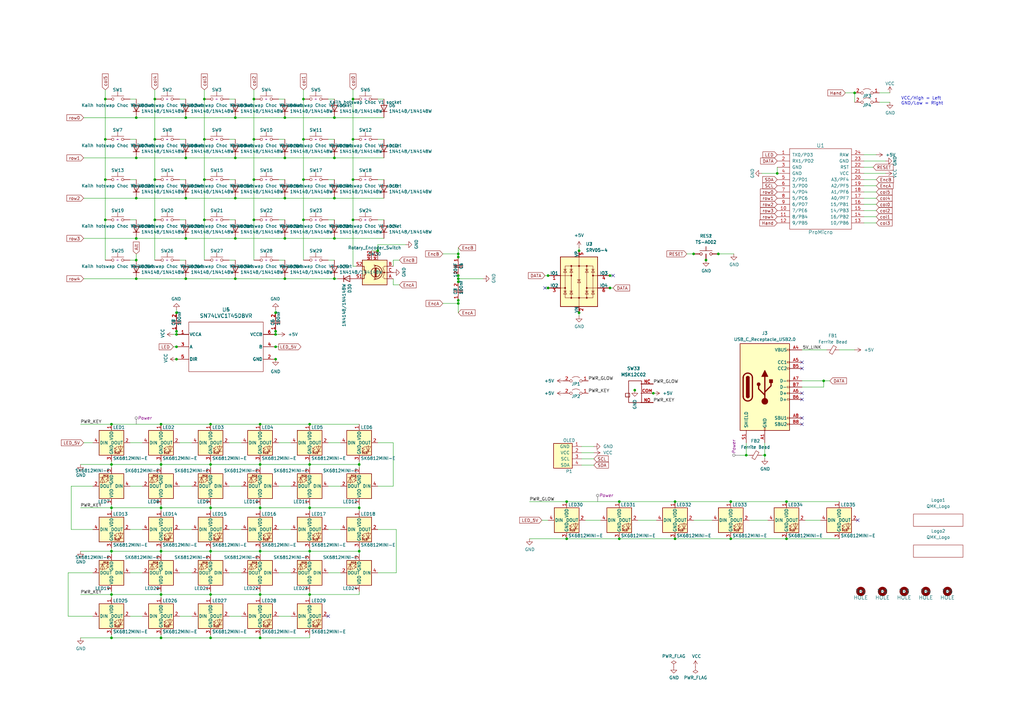
<source format=kicad_sch>
(kicad_sch (version 20231120) (generator "eeschema") (generator_version "8.0")
  (paper "A3")
  (title_block (title "Lotus 58 Glow") (date "2023-11-21") (rev "v1.4.0") (company "Markus Knutsson <markus.knutsson@tweety.se>") (comment 1 "https://github.com/TweetyDaBird") (comment 2 "Licensed under CERN-OHL-S v2 or any superseding version"))
  (junction (at 124.46 57.15))
  (junction (at 55.88 106.68))
  (junction (at 66.04 261.62))
  (junction (at 137.16 97.79))
  (junction (at 250.19 118.11))
  (junction (at 72.39 142.24))
  (junction (at 66.04 208.28))
  (junction (at 113.03 142.24))
  (junction (at 106.68 243.84))
  (junction (at 86.36 208.28))
  (junction (at 306.07 186.69))
  (junction (at 96.52 114.3))
  (junction (at 72.39 128.27))
  (junction (at 144.78 57.15))
  (junction (at 106.68 190.5))
  (junction (at 63.5 90.17))
  (junction (at 86.36 173.99))
  (junction (at 83.82 90.17))
  (junction (at 260.35 160.02))
  (junction (at 116.84 64.77))
  (junction (at 137.16 64.77))
  (junction (at 45.72 173.99))
  (junction (at 66.04 243.84))
  (junction (at 187.96 104.14))
  (junction (at 55.88 114.3))
  (junction (at 86.36 261.62))
  (junction (at 116.84 48.26))
  (junction (at 299.72 220.98))
  (junction (at 116.84 81.28))
  (junction (at 322.58 220.98))
  (junction (at 187.96 123.19))
  (junction (at 124.46 40.64))
  (junction (at 250.19 113.03))
  (junction (at 63.5 57.15))
  (junction (at 72.39 147.32))
  (junction (at 322.58 205.74))
  (junction (at 104.14 40.64))
  (junction (at 76.2 81.28))
  (junction (at 43.18 57.15))
  (junction (at 147.32 226.06))
  (junction (at 55.88 48.26))
  (junction (at 254 220.98))
  (junction (at 63.5 40.64))
  (junction (at 232.41 205.74))
  (junction (at 154.94 102.87))
  (junction (at 55.88 81.28))
  (junction (at 254 205.74))
  (junction (at 237.49 128.27))
  (junction (at 144.78 73.66))
  (junction (at 76.2 64.77))
  (junction (at 104.14 90.17))
  (junction (at 267.97 161.29))
  (junction (at 66.04 173.99))
  (junction (at 45.72 208.28))
  (junction (at 76.2 48.26))
  (junction (at 55.88 97.79))
  (junction (at 147.32 208.28))
  (junction (at 106.68 173.99))
  (junction (at 63.5 73.66))
  (junction (at 224.79 113.03))
  (junction (at 43.18 40.64))
  (junction (at 55.88 64.77))
  (junction (at 116.84 114.3))
  (junction (at 45.72 226.06))
  (junction (at 45.72 261.62))
  (junction (at 284.48 104.14))
  (junction (at 96.52 64.77))
  (junction (at 337.82 156.21))
  (junction (at 187.96 105.41))
  (junction (at 113.03 128.27))
  (junction (at 43.18 73.66))
  (junction (at 350.52 38.1))
  (junction (at 76.2 114.3))
  (junction (at 83.82 73.66))
  (junction (at 127 243.84))
  (junction (at 127 208.28))
  (junction (at 45.72 243.84))
  (junction (at 72.39 137.16))
  (junction (at 116.84 97.79))
  (junction (at 232.41 220.98))
  (junction (at 66.04 190.5))
  (junction (at 86.36 226.06))
  (junction (at 237.49 102.87))
  (junction (at 127 173.99))
  (junction (at 96.52 48.26))
  (junction (at 137.16 81.28))
  (junction (at 313.69 186.69))
  (junction (at 127 190.5))
  (junction (at 113.03 147.32))
  (junction (at 137.16 48.26))
  (junction (at 124.46 73.66))
  (junction (at 137.16 114.3))
  (junction (at 127 226.06))
  (junction (at 289.56 106.68))
  (junction (at 187.96 113.03))
  (junction (at 318.77 71.12))
  (junction (at 147.32 190.5))
  (junction (at 45.72 190.5))
  (junction (at 106.68 208.28))
  (junction (at 187.96 124.46))
  (junction (at 224.79 118.11))
  (junction (at 83.82 40.64))
  (junction (at 276.86 205.74))
  (junction (at 113.03 137.16))
  (junction (at 299.72 205.74))
  (junction (at 86.36 190.5))
  (junction (at 104.14 73.66))
  (junction (at 83.82 57.15))
  (junction (at 187.96 115.57))
  (junction (at 86.36 243.84))
  (junction (at 104.14 57.15))
  (junction (at 113.03 135.89))
  (junction (at 96.52 81.28))
  (junction (at 294.64 104.14))
  (junction (at 106.68 226.06))
  (junction (at 187.96 114.3))
  (junction (at 144.78 40.64))
  (junction (at 96.52 97.79))
  (junction (at 144.78 90.17))
  (junction (at 106.68 261.62))
  (junction (at 43.18 90.17))
  (junction (at 276.86 220.98))
  (junction (at 76.2 97.79))
  (junction (at 72.39 135.89))
  (junction (at 124.46 90.17))
  (junction (at 66.04 226.06))
  (no_connect (at 351.79 213.36))
  (no_connect (at 328.93 163.83))
  (no_connect (at 328.93 148.59))
  (no_connect (at 328.93 151.13))
  (no_connect (at 134.62 252.73))
  (no_connect (at 328.93 171.45))
  (no_connect (at 328.93 173.99))
  (no_connect (at 223.52 118.11))
  (no_connect (at 251.46 113.03))
  (no_connect (at 328.93 161.29))
  (wire (pts (xy 354.33 81.28) (xy 359.41 81.28)))
  (wire (pts (xy 147.32 190.5) (xy 147.32 189.23)))
  (wire (pts (xy 238.506 183.134) (xy 243.586 183.134)))
  (wire (pts (xy 127 190.5) (xy 127 189.23)))
  (wire (pts (xy 86.36 226.06) (xy 106.68 226.06)))
  (wire (pts (xy 127 173.99) (xy 147.32 173.99)))
  (wire (pts (xy 137.16 57.15) (xy 134.62 57.15)))
  (wire (pts (xy 187.96 104.14) (xy 187.96 101.6)))
  (wire (pts (xy 127 209.55) (xy 127 208.28)))
  (wire (pts (xy 114.3 40.64) (xy 116.84 40.64)))
  (wire (pts (xy 72.39 135.89) (xy 72.39 137.16)))
  (wire (pts (xy 114.3 252.73) (xy 119.38 252.73)))
  (wire (pts (xy 114.3 181.61) (xy 119.38 181.61)))
  (wire (pts (xy 134.62 217.17) (xy 139.7 217.17)))
  (wire (pts (xy 73.66 199.39) (xy 78.74 199.39)))
  (wire (pts (xy 73.66 73.66) (xy 76.2 73.66)))
  (wire (pts (xy 73.66 234.95) (xy 78.74 234.95)))
  (wire (pts (xy 86.36 208.28) (xy 86.36 209.55)))
  (wire (pts (xy 45.72 261.62) (xy 45.72 260.35)))
  (wire (pts (xy 66.04 245.11) (xy 66.04 243.84)))
  (wire (pts (xy 306.07 186.69) (xy 307.34 186.69)))
  (wire (pts (xy 147.32 208.28) (xy 147.32 209.55)))
  (wire (pts (xy 53.34 199.39) (xy 58.42 199.39)))
  (wire (pts (xy 134.62 181.61) (xy 139.7 181.61)))
  (wire (pts (xy 127 242.57) (xy 127 243.84)))
  (wire (pts (xy 27.94 234.95) (xy 27.94 252.73)))
  (wire (pts (xy 38.1 234.95) (xy 27.94 234.95)))
  (wire (pts (xy 93.98 199.39) (xy 99.06 199.39)))
  (wire (pts (xy 34.29 181.61) (xy 38.1 181.61)))
  (wire (pts (xy 34.29 114.3) (xy 55.88 114.3)))
  (wire (pts (xy 93.98 217.17) (xy 99.06 217.17)))
  (wire (pts (xy 162.56 217.17) (xy 162.56 234.95)))
  (wire (pts (xy 73.66 40.64) (xy 76.2 40.64)))
  (wire (pts (xy 66.04 208.28) (xy 86.36 208.28)))
  (wire (pts (xy 71.12 137.16) (xy 72.39 137.16)))
  (wire (pts (xy 86.36 173.99) (xy 106.68 173.99)))
  (wire (pts (xy 55.88 90.17) (xy 53.34 90.17)))
  (wire (pts (xy 254 205.74) (xy 276.86 205.74)))
  (wire (pts (xy 181.61 104.14) (xy 187.96 104.14)))
  (wire (pts (xy 96.52 106.68) (xy 93.98 106.68)))
  (wire (pts (xy 313.69 187.96) (xy 313.69 186.69)))
  (wire (pts (xy 93.98 181.61) (xy 99.06 181.61)))
  (wire (pts (xy 137.16 64.77) (xy 157.48 64.77)))
  (wire (pts (xy 83.82 57.15) (xy 83.82 73.66)))
  (wire (pts (xy 223.52 118.11) (xy 224.79 118.11)))
  (wire (pts (xy 187.96 124.46) (xy 187.96 123.19)))
  (wire (pts (xy 45.72 208.28) (xy 33.02 208.28)))
  (wire (pts (xy 127 243.84) (xy 147.32 243.84)))
  (wire (pts (xy 43.18 36.83) (xy 43.18 40.64)))
  (wire (pts (xy 232.41 205.74) (xy 254 205.74)))
  (wire (pts (xy 187.96 113.03) (xy 187.96 114.3)))
  (wire (pts (xy 93.98 40.64) (xy 96.52 40.64)))
  (wire (pts (xy 137.16 114.3) (xy 138.43 114.3)))
  (wire (pts (xy 104.14 40.64) (xy 104.14 57.15)))
  (wire (pts (xy 66.04 208.28) (xy 66.04 209.55)))
  (wire (pts (xy 104.14 36.83) (xy 104.14 40.64)))
  (wire (pts (xy 33.02 173.99) (xy 45.72 173.99)))
  (wire (pts (xy 83.82 73.66) (xy 83.82 90.17)))
  (wire (pts (xy 223.52 113.03) (xy 224.79 113.03)))
  (wire (pts (xy 53.34 181.61) (xy 58.42 181.61)))
  (wire (pts (xy 114.3 137.16) (xy 113.03 137.16)))
  (wire (pts (xy 45.72 190.5) (xy 45.72 191.77)))
  (wire (pts (xy 86.36 224.79) (xy 86.36 226.06)))
  (wire (pts (xy 34.29 64.77) (xy 55.88 64.77)))
  (wire (pts (xy 55.88 64.77) (xy 76.2 64.77)))
  (wire (pts (xy 66.04 242.57) (xy 66.04 243.84)))
  (wire (pts (xy 53.34 73.66) (xy 55.88 73.66)))
  (wire (pts (xy 83.82 40.64) (xy 83.82 57.15)))
  (wire (pts (xy 86.36 190.5) (xy 66.04 190.5)))
  (wire (pts (xy 38.1 217.17) (xy 29.21 217.17)))
  (wire (pts (xy 318.77 71.12) (xy 312.42 71.12)))
  (wire (pts (xy 307.34 213.36) (xy 314.96 213.36)))
  (wire (pts (xy 106.68 190.5) (xy 106.68 189.23)))
  (wire (pts (xy 45.72 227.33) (xy 45.72 226.06)))
  (wire (pts (xy 76.2 114.3) (xy 96.52 114.3)))
  (wire (pts (xy 354.33 73.66) (xy 359.41 73.66)))
  (wire (pts (xy 116.84 73.66) (xy 114.3 73.66)))
  (wire (pts (xy 55.88 104.14) (xy 55.88 106.68)))
  (wire (pts (xy 45.72 208.28) (xy 45.72 209.55)))
  (wire (pts (xy 364.998 41.91) (xy 360.68 41.91)))
  (wire (pts (xy 113.03 135.89) (xy 113.03 137.16)))
  (wire (pts (xy 154.94 73.66) (xy 157.48 73.66)))
  (wire (pts (xy 238.506 185.674) (xy 243.586 185.674)))
  (wire (pts (xy 299.72 220.98) (xy 322.58 220.98)))
  (wire (pts (xy 238.506 190.754) (xy 243.586 190.754)))
  (wire (pts (xy 83.82 90.17) (xy 83.82 106.68)))
  (wire (pts (xy 86.36 190.5) (xy 106.68 190.5)))
  (wire (pts (xy 53.34 252.73) (xy 58.42 252.73)))
  (wire (pts (xy 163.83 116.84) (xy 161.29 116.84)))
  (wire (pts (xy 299.72 205.74) (xy 322.58 205.74)))
  (wire (pts (xy 106.68 208.28) (xy 106.68 209.55)))
  (wire (pts (xy 45.72 189.23) (xy 45.72 190.5)))
  (wire (pts (xy 76.2 81.28) (xy 96.52 81.28)))
  (wire (pts (xy 55.88 97.79) (xy 76.2 97.79)))
  (wire (pts (xy 318.77 68.58) (xy 318.77 71.12)))
  (wire (pts (xy 104.14 73.66) (xy 104.14 90.17)))
  (wire (pts (xy 187.96 104.14) (xy 187.96 105.41)))
  (wire (pts (xy 161.29 116.84) (xy 161.29 114.3)))
  (wire (pts (xy 187.96 128.27) (xy 187.96 124.46)))
  (wire (pts (xy 222.25 213.36) (xy 224.79 213.36)))
  (wire (pts (xy 124.46 90.17) (xy 124.46 106.68)))
  (wire (pts (xy 45.72 207.01) (xy 45.72 208.28)))
  (wire (pts (xy 72.39 127) (xy 72.39 128.27)))
  (wire (pts (xy 254 220.98) (xy 276.86 220.98)))
  (wire (pts (xy 166.37 100.33) (xy 154.94 100.33)))
  (wire (pts (xy 83.82 36.83) (xy 83.82 40.64)))
  (wire (pts (xy 313.69 181.61) (xy 313.69 186.69)))
  (wire (pts (xy 354.33 71.12) (xy 363.22 71.12)))
  (wire (pts (xy 284.48 213.36) (xy 292.1 213.36)))
  (wire (pts (xy 76.2 64.77) (xy 96.52 64.77)))
  (wire (pts (xy 124.46 40.64) (xy 124.46 57.15)))
  (wire (pts (xy 66.04 261.62) (xy 45.72 261.62)))
  (wire (pts (xy 104.14 57.15) (xy 104.14 73.66)))
  (wire (pts (xy 303.53 186.69) (xy 306.07 186.69)))
  (wire (pts (xy 154.94 90.17) (xy 157.48 90.17)))
  (wire (pts (xy 106.68 190.5) (xy 127 190.5)))
  (wire (pts (xy 27.94 252.73) (xy 38.1 252.73)))
  (wire (pts (xy 144.78 40.64) (xy 144.78 57.15)))
  (wire (pts (xy 261.62 213.36) (xy 269.24 213.36)))
  (wire (pts (xy 354.33 76.2) (xy 359.41 76.2)))
  (wire (pts (xy 106.68 261.62) (xy 86.36 261.62)))
  (wire (pts (xy 114.3 90.17) (xy 116.84 90.17)))
  (wire (pts (xy 124.46 57.15) (xy 124.46 73.66)))
  (wire (pts (xy 86.36 261.62) (xy 86.36 260.35)))
  (wire (pts (xy 76.2 57.15) (xy 73.66 57.15)))
  (wire (pts (xy 106.68 243.84) (xy 106.68 242.57)))
  (wire (pts (xy 354.33 66.04) (xy 363.22 66.04)))
  (wire (pts (xy 73.66 217.17) (xy 78.74 217.17)))
  (wire (pts (xy 96.52 97.79) (xy 116.84 97.79)))
  (wire (pts (xy 86.36 245.11) (xy 86.36 243.84)))
  (wire (pts (xy 124.46 73.66) (xy 124.46 90.17)))
  (wire (pts (xy 154.94 234.95) (xy 162.56 234.95)))
  (wire (pts (xy 106.68 226.06) (xy 127 226.06)))
  (wire (pts (xy 63.5 36.83) (xy 63.5 40.64)))
  (wire (pts (xy 33.02 243.84) (xy 45.72 243.84)))
  (wire (pts (xy 104.14 90.17) (xy 104.14 106.68)))
  (wire (pts (xy 152.4 102.87) (xy 154.94 102.87)))
  (wire (pts (xy 240.03 213.36) (xy 246.38 213.36)))
  (wire (pts (xy 106.68 245.11) (xy 106.68 243.84)))
  (wire (pts (xy 34.29 97.79) (xy 55.88 97.79)))
  (wire (pts (xy 53.34 234.95) (xy 58.42 234.95)))
  (wire (pts (xy 137.16 106.68) (xy 134.62 106.68)))
  (wire (pts (xy 322.58 205.74) (xy 344.17 205.74)))
  (wire (pts (xy 93.98 57.15) (xy 96.52 57.15)))
  (wire (pts (xy 147.32 224.79) (xy 147.32 226.06)))
  (wire (pts (xy 114.3 234.95) (xy 119.38 234.95)))
  (wire (pts (xy 116.84 106.68) (xy 114.3 106.68)))
  (wire (pts (xy 86.36 190.5) (xy 86.36 191.77)))
  (wire (pts (xy 127 261.62) (xy 106.68 261.62)))
  (wire (pts (xy 33.02 226.06) (xy 45.72 226.06)))
  (wire (pts (xy 113.03 127) (xy 113.03 128.27)))
  (wire (pts (xy 147.32 208.28) (xy 147.32 207.01)))
  (wire (pts (xy 106.68 191.77) (xy 106.68 190.5)))
  (wire (pts (xy 154.94 40.64) (xy 157.48 40.64)))
  (wire (pts (xy 147.32 190.5) (xy 147.32 191.77)))
  (wire (pts (xy 237.49 128.27) (xy 237.49 129.54)))
  (wire (pts (xy 127 191.77) (xy 127 190.5)))
  (wire (pts (xy 114.3 142.24) (xy 113.03 142.24)))
  (wire (pts (xy 354.33 83.82) (xy 359.41 83.82)))
  (wire (pts (xy 93.98 234.95) (xy 99.06 234.95)))
  (wire (pts (xy 337.82 156.21) (xy 337.82 158.75)))
  (wire (pts (xy 66.04 173.99) (xy 86.36 173.99)))
  (wire (pts (xy 350.52 143.51) (xy 344.17 143.51)))
  (wire (pts (xy 127 226.06) (xy 147.32 226.06)))
  (wire (pts (xy 350.52 41.91) (xy 350.52 38.1)))
  (wire (pts (xy 86.36 208.28) (xy 86.36 207.01)))
  (wire (pts (xy 187.96 114.3) (xy 198.12 114.3)))
  (wire (pts (xy 354.33 88.9) (xy 359.41 88.9)))
  (wire (pts (xy 73.66 252.73) (xy 78.74 252.73)))
  (wire (pts (xy 29.21 217.17) (xy 29.21 199.39)))
  (wire (pts (xy 281.686 104.14) (xy 284.48 104.14)))
  (wire (pts (xy 55.88 114.3) (xy 76.2 114.3)))
  (wire (pts (xy 93.98 252.73) (xy 99.06 252.73)))
  (wire (pts (xy 66.04 261.62) (xy 66.04 260.35)))
  (wire (pts (xy 137.16 40.64) (xy 134.62 40.64)))
  (wire (pts (xy 45.72 190.5) (xy 33.02 190.5)))
  (wire (pts (xy 337.82 158.75) (xy 328.93 158.75)))
  (wire (pts (xy 96.52 90.17) (xy 93.98 90.17)))
  (wire (pts (xy 116.84 64.77) (xy 137.16 64.77)))
  (wire (pts (xy 137.16 81.28) (xy 157.48 81.28)))
  (wire (pts (xy 66.04 190.5) (xy 66.04 189.23)))
  (wire (pts (xy 354.33 91.44) (xy 359.41 91.44)))
  (wire (pts (xy 45.72 173.99) (xy 66.04 173.99)))
  (wire (pts (xy 34.29 48.26) (xy 55.88 48.26)))
  (wire (pts (xy 154.94 100.33) (xy 154.94 102.87)))
  (wire (pts (xy 144.78 73.66) (xy 144.78 90.17)))
  (wire (pts (xy 337.82 156.21) (xy 340.36 156.21)))
  (wire (pts (xy 127 245.11) (xy 127 243.84)))
  (wire (pts (xy 346.71 38.1) (xy 350.52 38.1)))
  (wire (pts (xy 157.48 57.15) (xy 154.94 57.15)))
  (wire (pts (xy 45.72 190.5) (xy 66.04 190.5)))
  (wire (pts (xy 106.68 224.79) (xy 106.68 226.06)))
  (wire (pts (xy 66.04 224.79) (xy 66.04 226.06)))
  (wire (pts (xy 127 190.5) (xy 147.32 190.5)))
  (wire (pts (xy 147.32 243.84) (xy 147.32 242.57)))
  (wire (pts (xy 187.96 114.3) (xy 187.96 115.57)))
  (wire (pts (xy 96.52 114.3) (xy 116.84 114.3)))
  (wire (pts (xy 116.84 81.28) (xy 137.16 81.28)))
  (wire (pts (xy 106.68 208.28) (xy 127 208.28)))
  (wire (pts (xy 127 261.62) (xy 127 260.35)))
  (wire (pts (xy 354.33 68.58) (xy 358.14 68.58)))
  (wire (pts (xy 127 208.28) (xy 127 207.01)))
  (wire (pts (xy 154.94 217.17) (xy 162.56 217.17)))
  (wire (pts (xy 161.29 181.61) (xy 161.29 199.39)))
  (wire (pts (xy 276.86 220.98) (xy 299.72 220.98)))
  (wire (pts (xy 96.52 81.28) (xy 116.84 81.28)))
  (wire (pts (xy 86.36 189.23) (xy 86.36 190.5)))
  (wire (pts (xy 96.52 48.26) (xy 116.84 48.26)))
  (wire (pts (xy 63.5 90.17) (xy 63.5 106.68)))
  (wire (pts (xy 66.04 208.28) (xy 66.04 207.01)))
  (wire (pts (xy 66.04 191.77) (xy 66.04 190.5)))
  (wire (pts (xy 276.86 205.74) (xy 299.72 205.74)))
  (wire (pts (xy 86.36 227.33) (xy 86.36 226.06)))
  (wire (pts (xy 232.41 220.98) (xy 254 220.98)))
  (wire (pts (xy 73.66 181.61) (xy 78.74 181.61)))
  (wire (pts (xy 163.83 106.68) (xy 161.29 106.68)))
  (wire (pts (xy 127 208.28) (xy 147.32 208.28)))
  (wire (pts (xy 300.99 104.14) (xy 294.64 104.14)))
  (wire (pts (xy 86.36 243.84) (xy 86.36 242.57)))
  (wire (pts (xy 76.2 48.26) (xy 96.52 48.26)))
  (wire (pts (xy 53.34 217.17) (xy 58.42 217.17)))
  (wire (pts (xy 45.72 242.57) (xy 45.72 243.84)))
  (wire (pts (xy 43.18 57.15) (xy 43.18 73.66)))
  (wire (pts (xy 154.94 199.39) (xy 161.29 199.39)))
  (wire (pts (xy 250.19 118.11) (xy 251.46 118.11)))
  (wire (pts (xy 134.62 234.95) (xy 139.7 234.95)))
  (wire (pts (xy 45.72 245.11) (xy 45.72 243.84)))
  (wire (pts (xy 86.36 208.28) (xy 106.68 208.28)))
  (wire (pts (xy 339.09 143.51) (xy 328.93 143.51)))
  (wire (pts (xy 66.04 243.84) (xy 86.36 243.84)))
  (wire (pts (xy 43.18 90.17) (xy 43.18 106.68)))
  (wire (pts (xy 66.04 226.06) (xy 86.36 226.06)))
  (wire (pts (xy 114.3 199.39) (xy 119.38 199.39)))
  (wire (pts (xy 124.46 36.83) (xy 124.46 40.64)))
  (wire (pts (xy 144.78 57.15) (xy 144.78 73.66)))
  (wire (pts (xy 144.78 36.83) (xy 144.78 40.64)))
  (wire (pts (xy 144.78 90.17) (xy 144.78 109.22)))
  (wire (pts (xy 306.07 181.61) (xy 306.07 186.69)))
  (wire (pts (xy 86.36 261.62) (xy 66.04 261.62)))
  (wire (pts (xy 137.16 48.26) (xy 157.48 48.26)))
  (wire (pts (xy 106.68 173.99) (xy 127 173.99)))
  (wire (pts (xy 106.68 261.62) (xy 106.68 260.35)))
  (wire (pts (xy 55.88 48.26) (xy 76.2 48.26)))
  (wire (pts (xy 238.506 188.214) (xy 243.586 188.214)))
  (wire (pts (xy 137.16 97.79) (xy 157.48 97.79)))
  (wire (pts (xy 106.68 243.84) (xy 127 243.84)))
  (wire (pts (xy 76.2 97.79) (xy 96.52 97.79)))
  (wire (pts (xy 127 227.33) (xy 127 226.06)))
  (wire (pts (xy 76.2 90.17) (xy 73.66 90.17)))
  (wire (pts (xy 29.21 199.39) (xy 38.1 199.39)))
  (wire (pts (xy 45.72 261.62) (xy 33.02 261.62)))
  (wire (pts (xy 364.998 38.1) (xy 360.68 38.1)))
  (wire (pts (xy 217.17 220.98) (xy 232.41 220.98)))
  (wire (pts (xy 45.72 226.06) (xy 66.04 226.06)))
  (wire (pts (xy 63.5 73.66) (xy 63.5 90.17)))
  (wire (pts (xy 354.33 63.5) (xy 359.41 63.5)))
  (wire (pts (xy 161.29 106.68) (xy 161.29 109.22)))
  (wire (pts (xy 114.3 217.17) (xy 119.38 217.17)))
  (wire (pts (xy 137.16 73.66) (xy 134.62 73.66)))
  (wire (pts (xy 144.78 109.22) (xy 146.05 109.22)))
  (wire (pts (xy 76.2 106.68) (xy 73.66 106.68)))
  (wire (pts (xy 55.88 57.15) (xy 53.34 57.15)))
  (wire (pts (xy 312.42 186.69) (xy 313.69 186.69)))
  (wire (pts (xy 354.33 86.36) (xy 359.41 86.36)))
  (wire (pts (xy 106.68 226.06) (xy 106.68 227.33)))
  (wire (pts (xy 116.84 57.15) (xy 114.3 57.15)))
  (wire (pts (xy 93.98 73.66) (xy 96.52 73.66)))
  (wire (pts (xy 330.2 213.36) (xy 336.55 213.36)))
  (wire (pts (xy 55.88 40.64) (xy 53.34 40.64)))
  (wire (pts (xy 154.94 181.61) (xy 161.29 181.61)))
  (wire (pts (xy 86.36 243.84) (xy 106.68 243.84)))
  (wire (pts (xy 127 224.79) (xy 127 226.06)))
  (wire (pts (xy 116.84 114.3) (xy 137.16 114.3)))
  (wire (pts (xy 55.88 81.28) (xy 76.2 81.28)))
  (wire (pts (xy 137.16 90.17) (xy 134.62 90.17)))
  (wire (pts (xy 116.84 97.79) (xy 137.16 97.79)))
  (wire (pts (xy 181.61 124.46) (xy 187.96 124.46)))
  (wire (pts (xy 237.49 101.6) (xy 237.49 102.87)))
  (wire (pts (xy 250.19 113.03) (xy 251.46 113.03)))
  (wire (pts (xy 45.72 208.28) (xy 66.04 208.28)))
  (wire (pts (xy 63.5 40.64) (xy 63.5 57.15)))
  (wire (pts (xy 34.29 81.28) (xy 55.88 81.28)))
  (wire (pts (xy 66.04 226.06) (xy 66.04 227.33)))
  (wire (pts (xy 45.72 243.84) (xy 66.04 243.84)))
  (wire (pts (xy 106.68 208.28) (xy 106.68 207.01)))
  (wire (pts (xy 96.52 64.77) (xy 116.84 64.77)))
  (wire (pts (xy 322.58 220.98) (xy 344.17 220.98)))
  (wire (pts (xy 45.72 224.79) (xy 45.72 226.06)))
  (wire (pts (xy 354.33 78.74) (xy 359.41 78.74)))
  (wire (pts (xy 217.17 205.74) (xy 232.41 205.74)))
  (wire (pts (xy 53.34 106.68) (xy 55.88 106.68)))
  (wire (pts (xy 328.93 156.21) (xy 337.82 156.21)))
  (wire (pts (xy 147.32 226.06) (xy 147.32 227.33)))
  (wire (pts (xy 43.18 40.64) (xy 43.18 57.15)))
  (wire (pts (xy 71.12 142.24) (xy 72.39 142.24)))
  (wire (pts (xy 116.84 48.26) (xy 137.16 48.26)))
  (wire (pts (xy 63.5 57.15) (xy 63.5 73.66)))
  (wire (pts (xy 43.18 73.66) (xy 43.18 90.17)))
  (wire (pts (xy 134.62 199.39) (xy 139.7 199.39)))
  (text "VCC/High = Left\nGND/Low = Right" (at 369.57 43.18 0) (effects (font (size 1.27 1.27)) (justify left bottom)))
  (label "PWR_KEY" (at 33.02 208.28 0))
  (label "PWR_KEY" (at 33.02 243.84 0))
  (label "5V_LINK" (at 329.184 143.51 0))
  (label "PWR_GLOW" (at 217.17 205.74 0))
  (label "PWR_KEY" (at 267.97 165.1 0))
  (label "PWR_KEY" (at 33.02 173.99 0))
  (label "PWR_KEY" (at 241.3 161.29 0))
  (label "PWR_GLOW" (at 241.3 156.21 0))
  (label "PWR_GLOW" (at 267.97 157.48 0))
  (global_label "Alt" (shape input) (at 55.88 104.14 90) (property "Intersheetrefs" "${INTERSHEET_REFS}" (effects (hide yes))))
  (global_label "col2" (shape input) (at 359.41 86.36 0) (property "Intersheetrefs" "${INTERSHEET_REFS}" (effects (hide yes))))
  (global_label "EncB" (shape input) (at 359.41 73.66 0) (property "Intersheetrefs" "${INTERSHEET_REFS}" (effects (hide yes))))
  (global_label "RESET" (shape input) (at 281.686 104.14 180) (property "Intersheetrefs" "${INTERSHEET_REFS}" (effects (hide yes))))
  (global_label "row2" (shape input) (at 318.77 83.82 180) (property "Intersheetrefs" "${INTERSHEET_REFS}" (effects (hide yes))))
  (global_label "RESET" (shape input) (at 358.14 68.58 0) (property "Intersheetrefs" "${INTERSHEET_REFS}" (effects (hide yes))))
  (global_label "col4" (shape input) (at 63.5 36.83 90) (property "Intersheetrefs" "${INTERSHEET_REFS}" (effects (hide yes))))
  (global_label "DATA" (shape input) (at 251.46 118.11 0) (property "Intersheetrefs" "${INTERSHEET_REFS}" (effects (hide yes))))
  (global_label "row1" (shape input) (at 318.77 81.28 180) (property "Intersheetrefs" "${INTERSHEET_REFS}" (effects (hide yes))))
  (global_label "EncB" (shape input) (at 181.61 104.14 180) (property "Intersheetrefs" "${INTERSHEET_REFS}" (effects (hide yes))))
  (global_label "EncA" (shape input) (at 187.96 128.27 0) (property "Intersheetrefs" "${INTERSHEET_REFS}" (effects (hide yes))))
  (global_label "row3" (shape input) (at 34.29 97.79 180) (property "Intersheetrefs" "${INTERSHEET_REFS}" (effects (hide yes))))
  (global_label "row3" (shape input) (at 318.77 86.36 180) (property "Intersheetrefs" "${INTERSHEET_REFS}" (effects (hide yes))))
  (global_label "SCL" (shape input) (at 318.77 76.2 180) (property "Intersheetrefs" "${INTERSHEET_REFS}" (effects (hide yes))))
  (global_label "LED_5V" (shape input) (at 222.25 213.36 180) (property "Intersheetrefs" "${INTERSHEET_REFS}" (effects (hide yes))))
  (global_label "SDA" (shape input) (at 243.586 190.754 0) (property "Intersheetrefs" "${INTERSHEET_REFS}" (effects (hide yes))))
  (global_label "EncA" (shape input) (at 163.83 116.84 0) (property "Intersheetrefs" "${INTERSHEET_REFS}" (effects (hide yes))))
  (global_label "col4" (shape input) (at 359.41 81.28 0) (property "Intersheetrefs" "${INTERSHEET_REFS}" (effects (hide yes))))
  (global_label "LED_5V" (shape output) (at 114.3 142.24 0) (property "Intersheetrefs" "${INTERSHEET_REFS}" (effects (hide yes))))
  (global_label "row1" (shape input) (at 34.29 64.77 180) (property "Intersheetrefs" "${INTERSHEET_REFS}" (effects (hide yes))))
  (global_label "row2" (shape input) (at 34.29 81.28 180) (property "Intersheetrefs" "${INTERSHEET_REFS}" (effects (hide yes))))
  (global_label "col5" (shape input) (at 43.18 36.83 90) (property "Intersheetrefs" "${INTERSHEET_REFS}" (effects (hide yes))))
  (global_label "EncA" (shape input) (at 359.41 76.2 0) (property "Intersheetrefs" "${INTERSHEET_REFS}" (effects (hide yes))))
  (global_label "col0" (shape input) (at 359.41 83.82 0) (property "Intersheetrefs" "${INTERSHEET_REFS}" (effects (hide yes))))
  (global_label "col3" (shape input) (at 83.82 36.83 90) (property "Intersheetrefs" "${INTERSHEET_REFS}" (effects (hide yes))))
  (global_label "LED" (shape input) (at 71.12 142.24 180) (property "Intersheetrefs" "${INTERSHEET_REFS}" (effects (hide yes))))
  (global_label "LED" (shape input) (at 318.77 63.5 180) (property "Intersheetrefs" "${INTERSHEET_REFS}" (effects (hide yes))))
  (global_label "SCL" (shape input) (at 243.586 188.214 0) (property "Intersheetrefs" "${INTERSHEET_REFS}" (effects (hide yes))))
  (global_label "Hand" (shape input) (at 318.77 91.44 180) (property "Intersheetrefs" "${INTERSHEET_REFS}" (effects (hide yes))))
  (global_label "row0" (shape input) (at 34.29 48.26 180) (property "Intersheetrefs" "${INTERSHEET_REFS}" (effects (hide yes))))
  (global_label "SDA" (shape input) (at 318.77 73.66 180) (property "Intersheetrefs" "${INTERSHEET_REFS}" (effects (hide yes))))
  (global_label "col5" (shape input) (at 359.41 78.74 0) (property "Intersheetrefs" "${INTERSHEET_REFS}" (effects (hide yes))))
  (global_label "DATA" (shape input) (at 340.36 156.21 0) (property "Intersheetrefs" "${INTERSHEET_REFS}" (effects (hide yes))))
  (global_label "EncB" (shape input) (at 187.96 101.6 0) (property "Intersheetrefs" "${INTERSHEET_REFS}" (effects (hide yes))))
  (global_label "EncA" (shape input) (at 181.61 124.46 180) (property "Intersheetrefs" "${INTERSHEET_REFS}" (effects (hide yes))))
  (global_label "LED_5V" (shape input) (at 34.29 181.61 180) (property "Intersheetrefs" "${INTERSHEET_REFS}" (effects (hide yes))))
  (global_label "row4" (shape input) (at 34.29 114.3 180) (property "Intersheetrefs" "${INTERSHEET_REFS}" (effects (hide yes))))
  (global_label "row0" (shape input) (at 318.77 78.74 180) (property "Intersheetrefs" "${INTERSHEET_REFS}" (effects (hide yes))))
  (global_label "col1" (shape input) (at 359.41 88.9 0) (property "Intersheetrefs" "${INTERSHEET_REFS}" (effects (hide yes))))
  (global_label "col1" (shape input) (at 124.46 36.83 90) (property "Intersheetrefs" "${INTERSHEET_REFS}" (effects (hide yes))))
  (global_label "col0" (shape input) (at 144.78 36.83 90) (property "Intersheetrefs" "${INTERSHEET_REFS}" (effects (hide yes))))
  (global_label "Hand" (shape input) (at 346.71 38.1 180) (property "Intersheetrefs" "${INTERSHEET_REFS}" (effects (hide yes))))
  (global_label "col2" (shape input) (at 104.14 36.83 90) (property "Intersheetrefs" "${INTERSHEET_REFS}" (effects (hide yes))))
  (global_label "DATA" (shape input) (at 318.77 66.04 180) (property "Intersheetrefs" "${INTERSHEET_REFS}" (effects (hide yes))))
  (global_label "row4" (shape input) (at 318.77 88.9 180) (property "Intersheetrefs" "${INTERSHEET_REFS}" (effects (hide yes))))
  (global_label "DATA" (shape input) (at 223.52 113.03 180) (property "Intersheetrefs" "${INTERSHEET_REFS}" (effects (hide yes))))
  (global_label "col3" (shape input) (at 359.41 91.44 0) (property "Intersheetrefs" "${INTERSHEET_REFS}" (effects (hide yes))))
  (global_label "EncB" (shape input) (at 163.83 106.68 0) (property "Intersheetrefs" "${INTERSHEET_REFS}" (effects (hide yes))))
  (netclass_flag "" (length 2.54) (shape round) (at 55.88 173.99 0) (property "Netclass" "Power" (at 56.4896 171.45 0) (effects (font (italic yes)) (justify left))))
  (netclass_flag "" (length 2.54) (shape round) (at 303.53 186.69 90) (property "Netclass" "Power" (at 300.99 186.0804 90) (effects (font (italic yes)) (justify left))))
  (netclass_flag "" (length 2.54) (shape round) (at 245.11 205.74 0) (property "Netclass" "Power" (at 245.7196 203.2 0) (effects (font (italic yes)) (justify left))))
  (symbol (lib_id "Keyboard_Controllers:ProMicro_jumpers_v2") (at 336.55 77.47 0) (unit 1)
    (property "Reference" "U1" (at 336.55 59.69 0) (effects (font (size 1.524 1.524))))
    (property "Value" "ProMicro" (at 336.55 95.25 0) (effects (font (size 1.524 1.524))))
    (property "Footprint" "Keyboard Controllers:ProMicro_jumpers_V2" (effects (hide yes)))
  )
  (symbol (lib_id "Switch:SW_Push") (at 48.26 106.68 0) (mirror y) (unit 1)
    (property "Reference" "SW25" (at 48.26 102.87 0))
    (property "Value" "Kailh hotswap Choc V1 socket" (at 48.26 109.22 0))
    (property "Footprint" "Spencer-Custom:SW_Kailh_Choc_V1_HotSwap_Reversible" (effects (hide yes)))
    (property "Datasheet" "~" (at 48.26 106.68 0))
    (property "Description" "Push button switch, generic, two pins" (effects (hide yes)))
  )
  (symbol (lib_id "Switch:SW_Push") (at 68.58 106.68 0) (mirror y) (unit 1)
    (property "Reference" "SW26" (at 68.58 102.87 0))
    (property "Value" "Kailh hotswap Choc V1 socket" (at 68.58 109.22 0))
    (property "Footprint" "Spencer-Custom:SW_Kailh_Choc_V1_HotSwap_Reversible" (effects (hide yes)))
    (property "Datasheet" "~" (at 68.58 106.68 0))
    (property "Description" "Push button switch, generic, two pins" (effects (hide yes)))
  )
  (symbol (lib_id "Switch:SW_Push") (at 48.26 40.64 0) (mirror y) (unit 1)
    (property "Reference" "SW1" (at 48.26 36.83 0))
    (property "Value" "Kailh hotswap Choc V1 socket" (at 48.26 43.18 0))
    (property "Footprint" "Spencer-Custom:SW_Kailh_Choc_V1_HotSwap_Reversible" (effects (hide yes)))
  )
  (symbol (lib_id "Device:D") (at 55.88 44.45 90) (unit 1)
    (property "Reference" "D1" (at 57.8866 43.2816 90) (effects (justify right)))
    (property "Value" "1N4148/1N4148W" (at 57.8866 45.593 90) (effects (justify right)))
    (property "Footprint" "Keyboard Common:Diode_DO35_SOD123" (effects (hide yes)))
  )
  (symbol (lib_id "Switch:SW_Push") (at 68.58 40.64 0) (mirror y) (unit 1)
    (property "Reference" "SW2" (at 68.58 36.83 0))
    (property "Value" "Kailh hotswap Choc V1 socket" (at 68.58 43.18 0))
    (property "Footprint" "Spencer-Custom:SW_Kailh_Choc_V1_HotSwap_Reversible" (effects (hide yes)))
    (property "Datasheet" "~" (at 68.58 40.64 0))
    (property "Description" "Push button switch, generic, two pins" (effects (hide yes)))
  )
  (symbol (lib_id "Device:D") (at 76.2 44.45 90) (unit 1)
    (property "Reference" "D2" (at 78.2066 43.2816 90) (effects (justify right)))
    (property "Value" "1N4148/1N4148W" (at 78.2066 45.593 90) (effects (justify right)))
    (property "Footprint" "Keyboard Common:Diode_DO35_SOD123" (effects (hide yes)))
  )
  (symbol (lib_id "Switch:SW_Push") (at 88.9 40.64 0) (mirror y) (unit 1)
    (property "Reference" "SW3" (at 88.9 36.83 0))
    (property "Value" "Kailh hotswap Choc V1 socket" (at 88.9 43.18 0))
    (property "Footprint" "Spencer-Custom:SW_Kailh_Choc_V1_HotSwap_Reversible" (effects (hide yes)))
    (property "Datasheet" "~" (at 88.9 40.64 0))
    (property "Description" "Push button switch, generic, two pins" (effects (hide yes)))
  )
  (symbol (lib_id "Device:D") (at 96.52 44.45 90) (unit 1)
    (property "Reference" "D3" (at 98.5266 43.2816 90) (effects (justify right)))
    (property "Value" "1N4148/1N4148W" (at 98.5266 45.593 90) (effects (justify right)))
    (property "Footprint" "Keyboard Common:Diode_DO35_SOD123" (effects (hide yes)))
  )
  (symbol (lib_id "Switch:SW_Push") (at 109.22 40.64 0) (mirror y) (unit 1)
    (property "Reference" "SW4" (at 109.22 36.83 0))
    (property "Value" "Kailh hotswap Choc V1 socket" (at 109.22 43.18 0))
    (property "Footprint" "Spencer-Custom:SW_Kailh_Choc_V1_HotSwap_Reversible" (effects (hide yes)))
    (property "Datasheet" "~" (at 109.22 40.64 0))
    (property "Description" "Push button switch, generic, two pins" (effects (hide yes)))
  )
  (symbol (lib_id "Device:D") (at 116.84 44.45 90) (unit 1)
    (property "Reference" "D4" (at 118.8466 43.2816 90) (effects (justify right)))
    (property "Value" "1N4148/1N4148W" (at 118.8466 45.593 90) (effects (justify right)))
    (property "Footprint" "Keyboard Common:Diode_DO35_SOD123" (effects (hide yes)))
  )
  (symbol (lib_id "Switch:SW_Push") (at 129.54 40.64 0) (mirror y) (unit 1)
    (property "Reference" "SW5" (at 129.54 36.83 0))
    (property "Value" "Kailh hotswap Choc V1 socket" (at 129.54 43.18 0))
    (property "Footprint" "Spencer-Custom:SW_Kailh_Choc_V1_HotSwap_Reversible" (effects (hide yes)))
    (property "Datasheet" "~" (at 129.54 40.64 0))
    (property "Description" "Push button switch, generic, two pins" (effects (hide yes)))
  )
  (symbol (lib_id "Device:D") (at 137.16 44.45 90) (unit 1)
    (property "Reference" "D5" (at 139.1666 43.2816 90) (effects (justify right)))
    (property "Value" "1N4148/1N4148W" (at 139.1666 45.593 90) (effects (justify right)))
    (property "Footprint" "Keyboard Common:Diode_DO35_SOD123" (effects (hide yes)))
  )
  (symbol (lib_id "Switch:SW_Push") (at 149.86 40.64 0) (mirror y) (unit 1)
    (property "Reference" "SW6" (at 149.86 36.83 0))
    (property "Value" "Kailh hotswap Choc V1 socket" (at 149.86 41.91 0))
    (property "Footprint" "Spencer-Custom:SW_Kailh_Choc_V1_HotSwap_Reversible" (effects (hide yes)))
    (property "Datasheet" "~" (at 149.86 40.64 0))
    (property "Description" "Push button switch, generic, two pins" (effects (hide yes)))
  )
  (symbol (lib_id "Device:D") (at 157.48 44.45 90) (unit 1)
    (property "Reference" "D6" (at 159.4866 43.2816 90) (effects (justify right)))
    (property "Value" "1N4148/1N4148W" (at 159.4866 45.593 90) (effects (justify right)))
    (property "Footprint" "Keyboard Common:Diode_DO35_SOD123" (effects (hide yes)))
  )
  (symbol (lib_id "Switch:SW_Push") (at 68.58 57.15 0) (mirror y) (unit 1)
    (property "Reference" "SW8" (at 68.58 53.34 0))
    (property "Value" "Kailh hotswap Choc V1 socket" (at 68.58 59.69 0))
    (property "Footprint" "Spencer-Custom:SW_Kailh_Choc_V1_HotSwap_Reversible" (effects (hide yes)))
    (property "Datasheet" "~" (at 68.58 57.15 0))
    (property "Description" "Push button switch, generic, two pins" (effects (hide yes)))
  )
  (symbol (lib_id "Switch:SW_Push") (at 88.9 57.15 0) (mirror y) (unit 1)
    (property "Reference" "SW9" (at 88.9 53.34 0))
    (property "Value" "Kailh hotswap Choc V1 socket" (at 88.9 59.69 0))
    (property "Footprint" "Spencer-Custom:SW_Kailh_Choc_V1_HotSwap_Reversible" (effects (hide yes)))
    (property "Datasheet" "~" (at 88.9 57.15 0))
    (property "Description" "Push button switch, generic, two pins" (effects (hide yes)))
  )
  (symbol (lib_id "Switch:SW_Push") (at 109.22 57.15 0) (mirror y) (unit 1)
    (property "Reference" "SW10" (at 109.22 53.34 0))
    (property "Value" "Kailh hotswap Choc V1 socket" (at 109.22 59.69 0))
    (property "Footprint" "Spencer-Custom:SW_Kailh_Choc_V1_HotSwap_Reversible" (effects (hide yes)))
    (property "Datasheet" "~" (at 109.22 57.15 0))
    (property "Description" "Push button switch, generic, two pins" (effects (hide yes)))
  )
  (symbol (lib_id "Switch:SW_Push") (at 129.54 57.15 0) (mirror y) (unit 1)
    (property "Reference" "SW11" (at 129.54 53.34 0))
    (property "Value" "Kailh hotswap Choc V1 socket" (at 129.54 59.69 0))
    (property "Footprint" "Spencer-Custom:SW_Kailh_Choc_V1_HotSwap_Reversible" (effects (hide yes)))
    (property "Datasheet" "~" (at 129.54 57.15 0))
    (property "Description" "Push button switch, generic, two pins" (effects (hide yes)))
  )
  (symbol (lib_id "Switch:SW_Push") (at 149.86 57.15 0) (mirror y) (unit 1)
    (property "Reference" "SW12" (at 149.86 53.34 0))
    (property "Value" "Kailh hotswap Choc V1 socket" (at 149.86 59.69 0))
    (property "Footprint" "Spencer-Custom:SW_Kailh_Choc_V1_HotSwap_Reversible" (effects (hide yes)))
    (property "Datasheet" "~" (at 149.86 57.15 0))
    (property "Description" "Push button switch, generic, two pins" (effects (hide yes)))
  )
  (symbol (lib_id "Switch:SW_Push") (at 48.26 57.15 0) (mirror y) (unit 1)
    (property "Reference" "SW7" (at 48.26 53.34 0))
    (property "Value" "Kailh hotswap Choc V1 socket" (at 48.26 59.69 0))
    (property "Footprint" "Spencer-Custom:SW_Kailh_Choc_V1_HotSwap_Reversible" (effects (hide yes)))
    (property "Datasheet" "~" (at 48.26 57.15 0))
    (property "Description" "Push button switch, generic, two pins" (effects (hide yes)))
  )
  (symbol (lib_id "Device:D") (at 55.88 60.96 90) (unit 1)
    (property "Reference" "D7" (at 57.8866 59.7916 90) (effects (justify right)))
    (property "Value" "1N4148/1N4148W" (at 57.8866 62.103 90) (effects (justify right)))
    (property "Footprint" "Keyboard Common:Diode_DO35_SOD123" (effects (hide yes)))
  )
  (symbol (lib_id "Device:D") (at 76.2 60.96 90) (unit 1)
    (property "Reference" "D8" (at 78.2066 59.7916 90) (effects (justify right)))
    (property "Value" "1N4148/1N4148W" (at 78.2066 62.103 90) (effects (justify right)))
    (property "Footprint" "Keyboard Common:Diode_DO35_SOD123" (effects (hide yes)))
  )
  (symbol (lib_id "Device:D") (at 96.52 60.96 90) (unit 1)
    (property "Reference" "D9" (at 98.5266 59.7916 90) (effects (justify right)))
    (property "Value" "1N4148/1N4148W" (at 98.5266 62.103 90) (effects (justify right)))
    (property "Footprint" "Keyboard Common:Diode_DO35_SOD123" (effects (hide yes)))
  )
  (symbol (lib_id "Device:D") (at 116.84 60.96 90) (unit 1)
    (property "Reference" "D10" (at 118.8466 59.7916 90) (effects (justify right)))
    (property "Value" "1N4148/1N4148W" (at 118.8466 62.103 90) (effects (justify right)))
    (property "Footprint" "Keyboard Common:Diode_DO35_SOD123" (effects (hide yes)))
  )
  (symbol (lib_id "Device:D") (at 137.16 60.96 90) (unit 1)
    (property "Reference" "D11" (at 139.1666 59.7916 90) (effects (justify right)))
    (property "Value" "1N4148/1N4148W" (at 139.1666 62.103 90) (effects (justify right)))
    (property "Footprint" "Keyboard Common:Diode_DO35_SOD123" (effects (hide yes)))
  )
  (symbol (lib_id "Device:D") (at 157.48 60.96 90) (unit 1)
    (property "Reference" "D12" (at 159.4866 59.7916 90) (effects (justify right)))
    (property "Value" "1N4148/1N4148W" (at 159.4866 62.103 90) (effects (justify right)))
    (property "Footprint" "Keyboard Common:Diode_DO35_SOD123" (effects (hide yes)))
  )
  (symbol (lib_id "Switch:SW_Push") (at 48.26 73.66 0) (mirror y) (unit 1)
    (property "Reference" "SW13" (at 48.26 69.85 0))
    (property "Value" "Kailh hotswap Choc V1 socket" (at 48.26 76.2 0))
    (property "Footprint" "Spencer-Custom:SW_Kailh_Choc_V1_HotSwap_Reversible" (effects (hide yes)))
    (property "Datasheet" "~" (at 48.26 73.66 0))
    (property "Description" "Push button switch, generic, two pins" (effects (hide yes)))
  )
  (symbol (lib_id "Switch:SW_Push") (at 68.58 73.66 0) (mirror y) (unit 1)
    (property "Reference" "SW14" (at 68.58 69.85 0))
    (property "Value" "Kailh hotswap Choc V1 socket" (at 68.58 76.2 0))
    (property "Footprint" "Spencer-Custom:SW_Kailh_Choc_V1_HotSwap_Reversible" (effects (hide yes)))
    (property "Datasheet" "~" (at 68.58 73.66 0))
    (property "Description" "Push button switch, generic, two pins" (effects (hide yes)))
  )
  (symbol (lib_id "Switch:SW_Push") (at 88.9 73.66 0) (mirror y) (unit 1)
    (property "Reference" "SW15" (at 88.9 69.85 0))
    (property "Value" "Kailh hotswap Choc V1 socket" (at 88.9 76.2 0))
    (property "Footprint" "Spencer-Custom:SW_Kailh_Choc_V1_HotSwap_Reversible" (effects (hide yes)))
    (property "Datasheet" "~" (at 88.9 73.66 0))
    (property "Description" "Push button switch, generic, two pins" (effects (hide yes)))
  )
  (symbol (lib_id "Switch:SW_Push") (at 109.22 73.66 0) (mirror y) (unit 1)
    (property "Reference" "SW16" (at 109.22 69.85 0))
    (property "Value" "Kailh hotswap Choc V1 socket" (at 109.22 76.2 0))
    (property "Footprint" "Spencer-Custom:SW_Kailh_Choc_V1_HotSwap_Reversible" (effects (hide yes)))
    (property "Datasheet" "~" (at 109.22 73.66 0))
    (property "Description" "Push button switch, generic, two pins" (effects (hide yes)))
  )
  (symbol (lib_id "Switch:SW_Push") (at 129.54 73.66 0) (mirror y) (unit 1)
    (property "Reference" "SW17" (at 129.54 69.85 0))
    (property "Value" "Kailh hotswap Choc V1 socket" (at 129.54 76.2 0))
    (property "Footprint" "Spencer-Custom:SW_Kailh_Choc_V1_HotSwap_Reversible" (effects (hide yes)))
    (property "Datasheet" "~" (at 129.54 73.66 0))
    (property "Description" "Push button switch, generic, two pins" (effects (hide yes)))
  )
  (symbol (lib_id "Switch:SW_Push") (at 149.86 73.66 0) (mirror y) (unit 1)
    (property "Reference" "SW18" (at 149.86 69.85 0))
    (property "Value" "Kailh hotswap Choc V1 socket" (at 149.86 76.2 0))
    (property "Footprint" "Spencer-Custom:SW_Kailh_Choc_V1_HotSwap_Reversible" (effects (hide yes)))
    (property "Datasheet" "~" (at 149.86 73.66 0))
    (property "Description" "Push button switch, generic, two pins" (effects (hide yes)))
  )
  (symbol (lib_id "Device:D") (at 55.88 77.47 90) (unit 1)
    (property "Reference" "D13" (at 57.8866 76.3016 90) (effects (justify right)))
    (property "Value" "1N4148/1N4148W" (at 57.8866 78.613 90) (effects (justify right)))
    (property "Footprint" "Keyboard Common:Diode_DO35_SOD123" (effects (hide yes)))
  )
  (symbol (lib_id "Device:D") (at 76.2 77.47 90) (unit 1)
    (property "Reference" "D14" (at 78.2066 76.3016 90) (effects (justify right)))
    (property "Value" "1N4148/1N4148W" (at 78.2066 78.613 90) (effects (justify right)))
    (property "Footprint" "Keyboard Common:Diode_DO35_SOD123" (effects (hide yes)))
  )
  (symbol (lib_id "Device:D") (at 96.52 77.47 90) (unit 1)
    (property "Reference" "D15" (at 98.5266 76.3016 90) (effects (justify right)))
    (property "Value" "1N4148/1N4148W" (at 98.5266 78.613 90) (effects (justify right)))
    (property "Footprint" "Keyboard Common:Diode_DO35_SOD123" (effects (hide yes)))
  )
  (symbol (lib_id "Device:D") (at 116.84 77.47 90) (unit 1)
    (property "Reference" "D16" (at 118.8466 76.3016 90) (effects (justify right)))
    (property "Value" "1N4148/1N4148W" (at 118.8466 78.613 90) (effects (justify right)))
    (property "Footprint" "Keyboard Common:Diode_DO35_SOD123" (effects (hide yes)))
  )
  (symbol (lib_id "Device:D") (at 137.16 77.47 90) (unit 1)
    (property "Reference" "D17" (at 139.1666 76.3016 90) (effects (justify right)))
    (property "Value" "1N4148/1N4148W" (at 139.1666 78.613 90) (effects (justify right)))
    (property "Footprint" "Keyboard Common:Diode_DO35_SOD123" (effects (hide yes)))
  )
  (symbol (lib_id "Device:D") (at 157.48 77.47 90) (unit 1)
    (property "Reference" "D18" (at 159.4866 76.3016 90) (effects (justify right)))
    (property "Value" "1N4148/1N4148W" (at 159.4866 78.613 90) (effects (justify right)))
    (property "Footprint" "Keyboard Common:Diode_DO35_SOD123" (effects (hide yes)))
  )
  (symbol (lib_id "Switch:SW_Push") (at 88.9 90.17 0) (mirror y) (unit 1)
    (property "Reference" "SW21" (at 88.9 86.36 0))
    (property "Value" "Kailh hotswap Choc V1 socket" (at 88.9 92.71 0))
    (property "Footprint" "Spencer-Custom:SW_Kailh_Choc_V1_HotSwap_Reversible" (effects (hide yes)))
    (property "Datasheet" "~" (at 88.9 90.17 0))
    (property "Description" "Push button switch, generic, two pins" (effects (hide yes)))
  )
  (symbol (lib_id "Switch:SW_Push") (at 109.22 90.17 0) (mirror y) (unit 1)
    (property "Reference" "SW22" (at 109.22 86.36 0))
    (property "Value" "Kailh hotswap Choc V1 socket" (at 109.22 92.71 0))
    (property "Footprint" "Spencer-Custom:SW_Kailh_Choc_V1_HotSwap_Reversible" (effects (hide yes)))
    (property "Datasheet" "~" (at 109.22 90.17 0))
    (property "Description" "Push button switch, generic, two pins" (effects (hide yes)))
  )
  (symbol (lib_id "Switch:SW_Push") (at 129.54 90.17 0) (mirror y) (unit 1)
    (property "Reference" "SW23" (at 129.54 86.36 0))
    (property "Value" "Kailh hotswap Choc V1 socket" (at 129.54 92.71 0))
    (property "Footprint" "Spencer-Custom:SW_Kailh_Choc_V1_HotSwap_Reversible" (effects (hide yes)))
    (property "Datasheet" "~" (at 129.54 90.17 0))
    (property "Description" "Push button switch, generic, two pins" (effects (hide yes)))
  )
  (symbol (lib_id "Switch:SW_Push") (at 149.86 90.17 0) (mirror y) (unit 1)
    (property "Reference" "SW24" (at 149.86 86.36 0))
    (property "Value" "Kailh hotswap Choc V1 socket" (at 149.86 92.71 0))
    (property "Footprint" "Spencer-Custom:SW_Kailh_Choc_V1_HotSwap_Reversible" (effects (hide yes)))
    (property "Datasheet" "~" (at 149.86 90.17 0))
    (property "Description" "Push button switch, generic, two pins" (effects (hide yes)))
  )
  (symbol (lib_id "Switch:SW_Push") (at 68.58 90.17 0) (mirror y) (unit 1)
    (property "Reference" "SW20" (at 68.58 86.36 0))
    (property "Value" "Kailh hotswap Choc V1 socket" (at 68.58 92.71 0))
    (property "Footprint" "Spencer-Custom:SW_Kailh_Choc_V1_HotSwap_Reversible" (effects (hide yes)))
    (property "Datasheet" "~" (at 68.58 90.17 0))
    (property "Description" "Push button switch, generic, two pins" (effects (hide yes)))
  )
  (symbol (lib_id "Switch:SW_Push") (at 48.26 90.17 0) (mirror y) (unit 1)
    (property "Reference" "SW19" (at 48.26 86.36 0))
    (property "Value" "Kailh hotswap Choc V1 socket" (at 48.26 92.71 0))
    (property "Footprint" "Spencer-Custom:SW_Kailh_Choc_V1_HotSwap_Reversible" (effects (hide yes)))
    (property "Datasheet" "~" (at 48.26 90.17 0))
    (property "Description" "Push button switch, generic, two pins" (effects (hide yes)))
  )
  (symbol (lib_id "Device:D") (at 55.88 93.98 90) (unit 1)
    (property "Reference" "D19" (at 57.8866 92.8116 90) (effects (justify right)))
    (property "Value" "1N4148/1N4148W" (at 57.8866 95.123 90) (effects (justify right)))
    (property "Footprint" "Keyboard Common:Diode_DO35_SOD123" (effects (hide yes)))
  )
  (symbol (lib_id "Device:D") (at 76.2 93.98 90) (unit 1)
    (property "Reference" "D20" (at 78.2066 92.8116 90) (effects (justify right)))
    (property "Value" "1N4148/1N4148W" (at 78.2066 95.123 90) (effects (justify right)))
    (property "Footprint" "Keyboard Common:Diode_DO35_SOD123" (effects (hide yes)))
  )
  (symbol (lib_id "Device:D") (at 96.52 93.98 90) (unit 1)
    (property "Reference" "D21" (at 98.5266 92.8116 90) (effects (justify right)))
    (property "Value" "1N4148/1N4148W" (at 98.5266 95.123 90) (effects (justify right)))
    (property "Footprint" "Keyboard Common:Diode_DO35_SOD123" (effects (hide yes)))
  )
  (symbol (lib_id "Device:D") (at 116.84 93.98 90) (unit 1)
    (property "Reference" "D22" (at 118.8466 92.8116 90) (effects (justify right)))
    (property "Value" "1N4148/1N4148W" (at 118.8466 95.123 90) (effects (justify right)))
    (property "Footprint" "Keyboard Common:Diode_DO35_SOD123" (effects (hide yes)))
  )
  (symbol (lib_id "Device:D") (at 137.16 93.98 90) (unit 1)
    (property "Reference" "D23" (at 139.1666 92.8116 90) (effects (justify right)))
    (property "Value" "1N4148/1N4148W" (at 139.1666 95.123 90) (effects (justify right)))
    (property "Footprint" "Keyboard Common:Diode_DO35_SOD123" (effects (hide yes)))
  )
  (symbol (lib_id "Device:D") (at 157.48 93.98 90) (unit 1)
    (property "Reference" "D24" (at 159.4866 92.8116 90) (effects (justify right)))
    (property "Value" "1N4148/1N4148W" (at 159.4866 95.123 90) (effects (justify right)))
    (property "Footprint" "Keyboard Common:Diode_DO35_SOD123" (effects (hide yes)))
  )
  (symbol (lib_id "Switch:SW_Push") (at 88.9 106.68 0) (mirror y) (unit 1)
    (property "Reference" "SW27" (at 88.9 102.87 0))
    (property "Value" "Kailh hotswap Choc V1 socket" (at 88.9 109.22 0))
    (property "Footprint" "Spencer-Custom:SW_Kailh_Choc_V1_HotSwap_Reversible" (effects (hide yes)))
    (property "Datasheet" "~" (at 88.9 106.68 0))
    (property "Description" "Push button switch, generic, two pins" (effects (hide yes)))
  )
  (symbol (lib_id "Switch:SW_Push") (at 109.22 106.68 0) (mirror y) (unit 1)
    (property "Reference" "SW28" (at 109.22 102.87 0))
    (property "Value" "Kailh hotswap Choc V1 socket" (at 109.22 109.22 0))
    (property "Footprint" "Spencer-Custom:SW_Kailh_Choc_V1_HotSwap_Reversible" (effects (hide yes)))
    (property "Datasheet" "~" (at 109.22 106.68 0))
    (property "Description" "Push button switch, generic, two pins" (effects (hide yes)))
  )
  (symbol (lib_id "Switch:SW_Push") (at 129.54 106.68 0) (mirror y) (unit 1)
    (property "Reference" "SW29" (at 129.54 102.87 0))
    (property "Value" "Kailh hotswap Choc V1 socket" (at 129.54 109.22 0))
    (property "Footprint" "Spencer-Custom:SW_Kailh_Choc_V1_HotSwap_Reversible" (effects (hide yes)))
    (property "Datasheet" "~" (at 129.54 106.68 0))
    (property "Description" "Push button switch, generic, two pins" (effects (hide yes)))
  )
  (symbol (lib_id "Device:D") (at 55.88 110.49 90) (unit 1)
    (property "Reference" "D25" (at 57.8866 109.3216 90) (effects (justify right)))
    (property "Value" "1N4148/1N4148W" (at 57.8866 111.633 90) (effects (justify right)))
    (property "Footprint" "Keyboard Common:Diode_DO35_SOD123" (effects (hide yes)))
  )
  (symbol (lib_id "Device:D") (at 76.2 110.49 90) (unit 1)
    (property "Reference" "D26" (at 78.2066 109.3216 90) (effects (justify right)))
    (property "Value" "1N4148/1N4148W" (at 78.2066 111.633 90) (effects (justify right)))
    (property "Footprint" "Keyboard Common:Diode_DO35_SOD123" (effects (hide yes)))
  )
  (symbol (lib_id "Device:D") (at 96.52 110.49 90) (unit 1)
    (property "Reference" "D27" (at 98.5266 109.3216 90) (effects (justify right)))
    (property "Value" "1N4148/1N4148W" (at 98.5266 111.633 90) (effects (justify right)))
    (property "Footprint" "Keyboard Common:Diode_DO35_SOD123" (effects (hide yes)))
  )
  (symbol (lib_id "Device:D") (at 116.84 110.49 90) (unit 1)
    (property "Reference" "D28" (at 118.8466 109.3216 90) (effects (justify right)))
    (property "Value" "1N4148/1N4148W" (at 118.8466 111.633 90) (effects (justify right)))
    (property "Footprint" "Keyboard Common:Diode_DO35_SOD123" (effects (hide yes)))
  )
  (symbol (lib_id "Device:D") (at 137.16 110.49 90) (unit 1)
    (property "Reference" "D29" (at 139.1666 109.3216 90) (effects (justify right)))
    (property "Value" "1N4148/1N4148W" (at 139.1666 111.633 90) (effects (justify right)))
    (property "Footprint" "Keyboard Common:Diode_DO35_SOD123" (effects (hide yes)))
  )
  (symbol (lib_id "power:VCC") (at 363.22 71.12 270) (unit 1)
    (property "Reference" "#PWR04" (effects (hide yes)))
    (property "Value" "VCC" (at 367.03 71.12 0))
  )
  (symbol (lib_id "power:GND") (at 300.99 104.14 0) (unit 1)
    (property "Reference" "#PWR05" (effects (hide yes)))
    (property "Value" "GND" (at 301.117 108.5342 0))
  )
  (symbol (lib_id "power:PWR_FLAG") (at 276.352 273.558 0) (unit 1)
    (property "Reference" "#FLG01" (effects (hide yes)))
    (property "Value" "PWR_FLAG" (at 276.352 269.1384 0))
  )
  (symbol (lib_id "power:GND") (at 276.352 273.558 0) (unit 1)
    (property "Reference" "#PWR015" (effects (hide yes)))
    (property "Value" "GND" (at 276.479 277.9522 0))
  )
  (symbol (lib_id "power:VCC") (at 285.242 273.558 0) (unit 1)
    (property "Reference" "#PWR016" (effects (hide yes)))
    (property "Value" "VCC" (at 285.6738 269.1638 0))
  )
  (symbol (lib_id "power:PWR_FLAG") (at 285.242 273.558 180) (unit 1)
    (property "Reference" "#FLG02" (effects (hide yes)))
    (property "Value" "PWR_FLAG" (at 285.242 277.9522 0))
  )
  (symbol (lib_id "Keyboard Common:Passthrough") (at 361.95 242.57 0) (unit 1)
    (property "Reference" "TH2" (at 361.95 242.57 0) (effects (font (size 1.524 1.524))))
    (property "Value" "HOLE" (at 361.95 245.11 0) (effects (font (size 1.524 1.524))))
    (property "Footprint" "Keyboard Common:Spacer PCB hole" (effects (hide yes)))
  )
  (symbol (lib_id "Keyboard Common:Passthrough") (at 370.84 242.57 0) (unit 1)
    (property "Reference" "TH3" (at 370.84 242.57 0) (effects (font (size 1.524 1.524))))
    (property "Value" "HOLE" (at 370.84 245.11 0) (effects (font (size 1.524 1.524))))
    (property "Footprint" "Keyboard Common:Spacer PCB hole" (effects (hide yes)))
  )
  (symbol (lib_id "Keyboard Common:Passthrough") (at 379.73 242.57 0) (unit 1)
    (property "Reference" "TH4" (at 379.73 242.57 0) (effects (font (size 1.524 1.524))))
    (property "Value" "HOLE" (at 379.73 245.11 0) (effects (font (size 1.524 1.524))))
    (property "Footprint" "Keyboard Common:Spacer PCB hole" (effects (hide yes)))
  )
  (symbol (lib_id "Keyboard Common:Passthrough") (at 388.62 242.57 0) (unit 1)
    (property "Reference" "TH5" (at 388.62 242.57 0) (effects (font (size 1.524 1.524))))
    (property "Value" "HOLE" (at 388.62 245.11 0) (effects (font (size 1.524 1.524))))
    (property "Footprint" "Keyboard Common:Spacer PCB hole" (effects (hide yes)))
  )
  (symbol (lib_id "Keyboard Common:Passthrough") (at 353.06 242.57 0) (unit 1)
    (property "Reference" "TH1" (at 353.06 242.57 0) (effects (font (size 1.524 1.524))))
    (property "Value" "HOLE" (at 353.06 245.11 0) (effects (font (size 1.524 1.524))))
    (property "Footprint" "Keyboard Common:Spacer PCB hole" (effects (hide yes)))
  )
  (symbol (lib_id "power:GND") (at 363.22 66.04 90) (unit 1)
    (property "Reference" "#PWR02" (effects (hide yes)))
    (property "Value" "GND" (at 367.03 66.04 0))
  )
  (symbol (lib_id "power:GND") (at 312.42 71.12 270) (unit 1)
    (property "Reference" "#PWR03" (effects (hide yes)))
    (property "Value" "GND" (at 308.61 71.12 0))
  )
  (symbol (lib_id "power:GND") (at 313.69 187.96 0) (unit 1)
    (property "Reference" "#PWR011" (effects (hide yes)))
    (property "Value" "GND" (at 313.817 192.3542 0))
  )
  (symbol (lib_id "Keyboard Common:OLED_4pin") (at 233.426 185.674 0) (mirror y) (unit 1)
    (property "Reference" "P1" (at 233.426 193.294 0))
    (property "Value" "OLED" (at 233.426 180.594 0))
    (property "Footprint" "Keyboard Common:SSD1306-0.91-OLED-4pin-128x32 doublesided" (effects (hide yes)))
  )
  (symbol (lib_id "power:GND") (at 243.586 183.134 90) (unit 1)
    (property "Reference" "#PWR013" (effects (hide yes)))
    (property "Value" "GND" (at 247.396 183.134 90) (effects (justify right)))
  )
  (symbol (lib_id "power:VCC") (at 243.586 185.674 270) (unit 1)
    (property "Reference" "#PWR014" (effects (hide yes)))
    (property "Value" "VCC" (at 247.396 185.674 90) (effects (justify left)))
  )
  (symbol (lib_id "Keyboard Common:SK6812MINI-E") (at 45.72 181.61 0) (unit 1)
    (property "Reference" "LED1" (at 46.355 175.26 0) (effects (justify left)))
    (property "Value" "SK6812MINI-E" (at 46.355 187.96 0) (effects (justify left)))
    (property "Footprint" "Keyboard RGB:MX_SK6812MINI-E_REVERSIBLE" (effects (hide yes)))
    (property "Datasheet" "https://cdn-shop.adafruit.com/product-files/2686/SK6812MINI_REV.01-1-2.pdf" (effects (hide yes)))
  )
  (symbol (lib_id "power:GND") (at 33.02 190.5 0) (unit 1)
    (property "Reference" "#PWR020" (effects (hide yes)))
    (property "Value" "GND" (at 33.147 194.8942 0))
  )
  (symbol (lib_id "power:GND") (at 33.02 226.06 0) (unit 1)
    (property "Reference" "#PWR022" (effects (hide yes)))
    (property "Value" "GND" (at 33.147 230.4542 0))
  )
  (symbol (lib_id "power:GND") (at 33.02 261.62 0) (unit 1)
    (property "Reference" "#PWR024" (effects (hide yes)))
    (property "Value" "GND" (at 33.147 266.0142 0))
  )
  (symbol (lib_id "Keyboard Switches:Rotary_Encoder_Click") (at 153.67 111.76 180) (unit 1)
    (property "Reference" "SW30" (at 153.67 104.14 0))
    (property "Value" "Rotary_Encoder_Switch" (at 153.67 101.6 0))
    (property "Footprint" "Keyboard Encoders:Encoder_Alps_EC11E_Small" (effects (hide yes)))
  )
  (symbol (lib_id "Jumper:Jumper_2_Open") (at 355.6 38.1 0) (mirror y) (unit 1)
    (property "Reference" "JP3" (at 355.6 39.37 0))
    (property "Value" "LEFT" (effects (hide yes)))
    (property "Footprint" "Keyboard Common:Jumper_min_v2" (effects (hide yes)))
  )
  (symbol (lib_id "Jumper:Jumper_2_Open") (at 355.6 41.91 0) (mirror y) (unit 1)
    (property "Reference" "JP4" (at 355.6 43.18 0))
    (property "Value" "RIGHT" (effects (hide yes)))
    (property "Footprint" "Keyboard Common:Jumper_min_v2" (effects (hide yes)))
  )
  (symbol (lib_id "power:GND") (at 364.998 41.91 0) (unit 1)
    (property "Reference" "#PWR010" (effects (hide yes)))
    (property "Value" "GND" (at 365.125 46.3042 0))
  )
  (symbol (lib_id "power:VCC") (at 364.998 38.1 0) (unit 1)
    (property "Reference" "#PWR09" (effects (hide yes)))
    (property "Value" "VCC" (at 364.998 34.29 0))
  )
  (symbol (lib_id "Device:D") (at 142.24 114.3 0) (unit 1)
    (property "Reference" "D30" (at 143.4084 116.3066 90) (effects (justify right)))
    (property "Value" "1N4148/1N4148W" (at 141.097 116.3066 90) (effects (justify right)))
    (property "Footprint" "Keyboard Common:Diode_DO35_SOD123" (effects (hide yes)))
  )
  (symbol (lib_id "Spencer-Custom:CL05B104KP5NNNC") (at 187.96 105.41 270) (unit 1)
    (property "Reference" "C1" (at 189.1284 107.7468 0) (effects (justify left)))
    (property "Value" "100nF" (at 186.817 107.7468 0) (effects (justify left)))
    (property "Footprint" "Spencer-Custom:CAP_CL05_SAM" (effects (hide yes)))
    (property "Datasheet" "CL05B104KP5NNNC" (effects (hide yes)))
  )
  (symbol (lib_id "Spencer-Custom:CL05B104KP5NNNC") (at 187.96 123.19 90) (unit 1)
    (property "Reference" "C2" (at 186.7916 120.8532 0) (effects (justify left)))
    (property "Value" "100nF" (at 189.103 120.8532 0) (effects (justify left)))
    (property "Footprint" "Spencer-Custom:CAP_CL05_SAM" (effects (hide yes)))
    (property "Datasheet" "CL05B104KP5NNNC" (effects (hide yes)))
  )
  (symbol (lib_id "power:GND") (at 198.12 114.3 90) (unit 1)
    (property "Reference" "#PWR08" (effects (hide yes)))
    (property "Value" "GND" (at 202.5142 114.173 0))
  )
  (symbol (lib_id "power:GND") (at 161.29 111.76 90) (unit 1)
    (property "Reference" "#PWR07" (effects (hide yes)))
    (property "Value" "GND" (at 165.6842 111.633 0))
  )
  (symbol (lib_id "Keyboard Common:SK6812MINI-E") (at 66.04 181.61 0) (unit 1)
    (property "Reference" "LED2" (at 66.675 175.26 0) (effects (justify left)))
    (property "Value" "SK6812MINI-E" (at 66.675 187.96 0) (effects (justify left)))
    (property "Footprint" "Keyboard RGB:MX_SK6812MINI-E_REVERSIBLE" (effects (hide yes)))
    (property "Datasheet" "https://cdn-shop.adafruit.com/product-files/2686/SK6812MINI_REV.01-1-2.pdf" (effects (hide yes)))
  )
  (symbol (lib_id "Keyboard Common:SK6812MINI-E") (at 86.36 181.61 0) (unit 1)
    (property "Reference" "LED3" (at 86.995 175.26 0) (effects (justify left)))
    (property "Value" "SK6812MINI-E" (at 86.995 187.96 0) (effects (justify left)))
    (property "Footprint" "Keyboard RGB:MX_SK6812MINI-E_REVERSIBLE" (effects (hide yes)))
    (property "Datasheet" "https://cdn-shop.adafruit.com/product-files/2686/SK6812MINI_REV.01-1-2.pdf" (effects (hide yes)))
  )
  (symbol (lib_id "Keyboard Common:SK6812MINI-E") (at 106.68 181.61 0) (unit 1)
    (property "Reference" "LED4" (at 107.315 175.26 0) (effects (justify left)))
    (property "Value" "SK6812MINI-E" (at 107.315 187.96 0) (effects (justify left)))
    (property "Footprint" "Keyboard RGB:MX_SK6812MINI-E_REVERSIBLE" (effects (hide yes)))
    (property "Datasheet" "https://cdn-shop.adafruit.com/product-files/2686/SK6812MINI_REV.01-1-2.pdf" (effects (hide yes)))
  )
  (symbol (lib_id "Keyboard Common:SK6812MINI-E") (at 127 181.61 0) (unit 1)
    (property "Reference" "LED5" (at 127.635 175.26 0) (effects (justify left)))
    (property "Value" "SK6812MINI-E" (at 127.635 187.96 0) (effects (justify left)))
    (property "Footprint" "Keyboard RGB:MX_SK6812MINI-E_REVERSIBLE" (effects (hide yes)))
    (property "Datasheet" "https://cdn-shop.adafruit.com/product-files/2686/SK6812MINI_REV.01-1-2.pdf" (effects (hide yes)))
  )
  (symbol (lib_id "Keyboard Common:SK6812MINI-E") (at 147.32 181.61 0) (unit 1)
    (property "Reference" "LED6" (at 147.955 175.26 0) (effects (justify left)))
    (property "Value" "SK6812MINI-E" (at 147.955 187.96 0) (effects (justify left)))
    (property "Footprint" "Keyboard RGB:MX_SK6812MINI-E_REVERSIBLE" (effects (hide yes)))
    (property "Datasheet" "https://cdn-shop.adafruit.com/product-files/2686/SK6812MINI_REV.01-1-2.pdf" (effects (hide yes)))
  )
  (symbol (lib_id "Keyboard Common:SK6812MINI-E") (at 147.32 199.39 180) (unit 1)
    (property "Reference" "LED12" (at 146.685 205.74 0) (effects (justify left)))
    (property "Value" "SK6812MINI-E" (at 146.685 193.04 0) (effects (justify left)))
    (property "Footprint" "Keyboard RGB:MX_SK6812MINI-E_REVERSIBLE" (effects (hide yes)))
    (property "Datasheet" "https://cdn-shop.adafruit.com/product-files/2686/SK6812MINI_REV.01-1-2.pdf" (effects (hide yes)))
  )
  (symbol (lib_id "Keyboard Common:SK6812MINI-E") (at 127 199.39 180) (unit 1)
    (property "Reference" "LED11" (at 126.365 205.74 0) (effects (justify left)))
    (property "Value" "SK6812MINI-E" (at 126.365 193.04 0) (effects (justify left)))
    (property "Footprint" "Keyboard RGB:MX_SK6812MINI-E_REVERSIBLE" (effects (hide yes)))
    (property "Datasheet" "https://cdn-shop.adafruit.com/product-files/2686/SK6812MINI_REV.01-1-2.pdf" (effects (hide yes)))
  )
  (symbol (lib_id "Keyboard Common:SK6812MINI-E") (at 106.68 199.39 180) (unit 1)
    (property "Reference" "LED10" (at 106.045 205.74 0) (effects (justify left)))
    (property "Value" "SK6812MINI-E" (at 106.045 193.04 0) (effects (justify left)))
    (property "Footprint" "Keyboard RGB:MX_SK6812MINI-E_REVERSIBLE" (effects (hide yes)))
    (property "Datasheet" "https://cdn-shop.adafruit.com/product-files/2686/SK6812MINI_REV.01-1-2.pdf" (effects (hide yes)))
  )
  (symbol (lib_id "Keyboard Common:SK6812MINI-E") (at 86.36 199.39 180) (unit 1)
    (property "Reference" "LED9" (at 85.725 205.74 0) (effects (justify left)))
    (property "Value" "SK6812MINI-E" (at 85.725 193.04 0) (effects (justify left)))
    (property "Footprint" "Keyboard RGB:MX_SK6812MINI-E_REVERSIBLE" (effects (hide yes)))
    (property "Datasheet" "https://cdn-shop.adafruit.com/product-files/2686/SK6812MINI_REV.01-1-2.pdf" (effects (hide yes)))
  )
  (symbol (lib_id "Keyboard Common:SK6812MINI-E") (at 66.04 199.39 180) (unit 1)
    (property "Reference" "LED8" (at 65.405 205.74 0) (effects (justify left)))
    (property "Value" "SK6812MINI-E" (at 65.405 193.04 0) (effects (justify left)))
    (property "Footprint" "Keyboard RGB:MX_SK6812MINI-E_REVERSIBLE" (effects (hide yes)))
    (property "Datasheet" "https://cdn-shop.adafruit.com/product-files/2686/SK6812MINI_REV.01-1-2.pdf" (effects (hide yes)))
  )
  (symbol (lib_id "Keyboard Common:SK6812MINI-E") (at 45.72 199.39 180) (unit 1)
    (property "Reference" "LED7" (at 45.085 205.74 0) (effects (justify left)))
    (property "Value" "SK6812MINI-E" (at 45.085 193.04 0) (effects (justify left)))
    (property "Footprint" "Keyboard RGB:MX_SK6812MINI-E_REVERSIBLE" (effects (hide yes)))
    (property "Datasheet" "https://cdn-shop.adafruit.com/product-files/2686/SK6812MINI_REV.01-1-2.pdf" (effects (hide yes)))
  )
  (symbol (lib_id "Keyboard Common:SK6812MINI-E") (at 45.72 217.17 0) (unit 1)
    (property "Reference" "LED13" (at 46.355 210.82 0) (effects (justify left)))
    (property "Value" "SK6812MINI-E" (at 46.355 223.52 0) (effects (justify left)))
    (property "Footprint" "Keyboard RGB:MX_SK6812MINI-E_REVERSIBLE" (effects (hide yes)))
    (property "Datasheet" "https://cdn-shop.adafruit.com/product-files/2686/SK6812MINI_REV.01-1-2.pdf" (effects (hide yes)))
  )
  (symbol (lib_id "Keyboard Common:SK6812MINI-E") (at 66.04 217.17 0) (unit 1)
    (property "Reference" "LED14" (at 66.675 210.82 0) (effects (justify left)))
    (property "Value" "SK6812MINI-E" (at 66.675 223.52 0) (effects (justify left)))
    (property "Footprint" "Keyboard RGB:MX_SK6812MINI-E_REVERSIBLE" (effects (hide yes)))
    (property "Datasheet" "https://cdn-shop.adafruit.com/product-files/2686/SK6812MINI_REV.01-1-2.pdf" (effects (hide yes)))
  )
  (symbol (lib_id "Keyboard Common:SK6812MINI-E") (at 86.36 217.17 0) (unit 1)
    (property "Reference" "LED15" (at 86.995 210.82 0) (effects (justify left)))
    (property "Value" "SK6812MINI-E" (at 86.995 223.52 0) (effects (justify left)))
    (property "Footprint" "Keyboard RGB:MX_SK6812MINI-E_REVERSIBLE" (effects (hide yes)))
    (property "Datasheet" "https://cdn-shop.adafruit.com/product-files/2686/SK6812MINI_REV.01-1-2.pdf" (effects (hide yes)))
  )
  (symbol (lib_id "Keyboard Common:SK6812MINI-E") (at 106.68 217.17 0) (unit 1)
    (property "Reference" "LED16" (at 107.315 210.82 0) (effects (justify left)))
    (property "Value" "SK6812MINI-E" (at 107.315 223.52 0) (effects (justify left)))
    (property "Footprint" "Keyboard RGB:MX_SK6812MINI-E_REVERSIBLE" (effects (hide yes)))
    (property "Datasheet" "https://cdn-shop.adafruit.com/product-files/2686/SK6812MINI_REV.01-1-2.pdf" (effects (hide yes)))
  )
  (symbol (lib_id "Keyboard Common:SK6812MINI-E") (at 127 217.17 0) (unit 1)
    (property "Reference" "LED17" (at 127.635 210.82 0) (effects (justify left)))
    (property "Value" "SK6812MINI-E" (at 127.635 223.52 0) (effects (justify left)))
    (property "Footprint" "Keyboard RGB:MX_SK6812MINI-E_REVERSIBLE" (effects (hide yes)))
    (property "Datasheet" "https://cdn-shop.adafruit.com/product-files/2686/SK6812MINI_REV.01-1-2.pdf" (effects (hide yes)))
  )
  (symbol (lib_id "Keyboard Common:SK6812MINI-E") (at 147.32 217.17 0) (unit 1)
    (property "Reference" "LED18" (at 147.955 210.82 0) (effects (justify left)))
    (property "Value" "SK6812MINI-E" (at 147.955 223.52 0) (effects (justify left)))
    (property "Footprint" "Keyboard RGB:MX_SK6812MINI-E_REVERSIBLE" (effects (hide yes)))
    (property "Datasheet" "https://cdn-shop.adafruit.com/product-files/2686/SK6812MINI_REV.01-1-2.pdf" (effects (hide yes)))
  )
  (symbol (lib_id "Keyboard Common:SK6812MINI-E") (at 147.32 234.95 180) (unit 1)
    (property "Reference" "LED24" (at 146.685 241.3 0) (effects (justify left)))
    (property "Value" "SK6812MINI-E" (at 146.685 228.6 0) (effects (justify left)))
    (property "Footprint" "Keyboard RGB:MX_SK6812MINI-E_REVERSIBLE" (effects (hide yes)))
    (property "Datasheet" "https://cdn-shop.adafruit.com/product-files/2686/SK6812MINI_REV.01-1-2.pdf" (effects (hide yes)))
  )
  (symbol (lib_id "Keyboard Common:SK6812MINI-E") (at 127 234.95 180) (unit 1)
    (property "Reference" "LED23" (at 126.365 241.3 0) (effects (justify left)))
    (property "Value" "SK6812MINI-E" (at 126.365 228.6 0) (effects (justify left)))
    (property "Footprint" "Keyboard RGB:MX_SK6812MINI-E_REVERSIBLE" (effects (hide yes)))
    (property "Datasheet" "https://cdn-shop.adafruit.com/product-files/2686/SK6812MINI_REV.01-1-2.pdf" (effects (hide yes)))
  )
  (symbol (lib_id "Keyboard Common:SK6812MINI-E") (at 106.68 234.95 180) (unit 1)
    (property "Reference" "LED22" (at 106.045 241.3 0) (effects (justify left)))
    (property "Value" "SK6812MINI-E" (at 106.045 228.6 0) (effects (justify left)))
    (property "Footprint" "Keyboard RGB:MX_SK6812MINI-E_REVERSIBLE" (effects (hide yes)))
    (property "Datasheet" "https://cdn-shop.adafruit.com/product-files/2686/SK6812MINI_REV.01-1-2.pdf" (effects (hide yes)))
  )
  (symbol (lib_id "Keyboard Common:SK6812MINI-E") (at 86.36 234.95 180) (unit 1)
    (property "Reference" "LED21" (at 85.725 241.3 0) (effects (justify left)))
    (property "Value" "SK6812MINI-E" (at 85.725 228.6 0) (effects (justify left)))
    (property "Footprint" "Keyboard RGB:MX_SK6812MINI-E_REVERSIBLE" (effects (hide yes)))
    (property "Datasheet" "https://cdn-shop.adafruit.com/product-files/2686/SK6812MINI_REV.01-1-2.pdf" (effects (hide yes)))
  )
  (symbol (lib_id "Keyboard Common:SK6812MINI-E") (at 66.04 234.95 180) (unit 1)
    (property "Reference" "LED20" (at 65.405 241.3 0) (effects (justify left)))
    (property "Value" "SK6812MINI-E" (at 65.405 228.6 0) (effects (justify left)))
    (property "Footprint" "Keyboard RGB:MX_SK6812MINI-E_REVERSIBLE" (effects (hide yes)))
    (property "Datasheet" "https://cdn-shop.adafruit.com/product-files/2686/SK6812MINI_REV.01-1-2.pdf" (effects (hide yes)))
  )
  (symbol (lib_id "Keyboard Common:SK6812MINI-E") (at 45.72 234.95 180) (unit 1)
    (property "Reference" "LED19" (at 45.085 241.3 0) (effects (justify left)))
    (property "Value" "SK6812MINI-E" (at 45.085 228.6 0) (effects (justify left)))
    (property "Footprint" "Keyboard RGB:MX_SK6812MINI-E_REVERSIBLE" (effects (hide yes)))
    (property "Datasheet" "https://cdn-shop.adafruit.com/product-files/2686/SK6812MINI_REV.01-1-2.pdf" (effects (hide yes)))
  )
  (symbol (lib_id "Keyboard Common:SK6812MINI-E") (at 45.72 252.73 0) (unit 1)
    (property "Reference" "LED25" (at 46.355 246.38 0) (effects (justify left)))
    (property "Value" "SK6812MINI-E" (at 46.355 259.08 0) (effects (justify left)))
    (property "Footprint" "Keyboard RGB:MX_SK6812MINI-E_REVERSIBLE" (effects (hide yes)))
    (property "Datasheet" "https://cdn-shop.adafruit.com/product-files/2686/SK6812MINI_REV.01-1-2.pdf" (effects (hide yes)))
  )
  (symbol (lib_id "Keyboard Common:SK6812MINI-E") (at 66.04 252.73 0) (unit 1)
    (property "Reference" "LED26" (at 66.675 246.38 0) (effects (justify left)))
    (property "Value" "SK6812MINI-E" (at 66.675 259.08 0) (effects (justify left)))
    (property "Footprint" "Keyboard RGB:MX_SK6812MINI-E_REVERSIBLE" (effects (hide yes)))
    (property "Datasheet" "https://cdn-shop.adafruit.com/product-files/2686/SK6812MINI_REV.01-1-2.pdf" (effects (hide yes)))
  )
  (symbol (lib_id "Keyboard Common:SK6812MINI-E") (at 86.36 252.73 0) (unit 1)
    (property "Reference" "LED27" (at 86.995 246.38 0) (effects (justify left)))
    (property "Value" "SK6812MINI-E" (at 86.995 259.08 0) (effects (justify left)))
    (property "Footprint" "Keyboard RGB:MX_SK6812MINI-E_REVERSIBLE" (effects (hide yes)))
    (property "Datasheet" "https://cdn-shop.adafruit.com/product-files/2686/SK6812MINI_REV.01-1-2.pdf" (effects (hide yes)))
  )
  (symbol (lib_id "Keyboard Common:SK6812MINI-E") (at 106.68 252.73 0) (unit 1)
    (property "Reference" "LED28" (at 107.315 246.38 0) (effects (justify left)))
    (property "Value" "SK6812MINI-E" (at 107.315 259.08 0) (effects (justify left)))
    (property "Footprint" "Keyboard RGB:MX_SK6812MINI-E_REVERSIBLE" (effects (hide yes)))
    (property "Datasheet" "https://cdn-shop.adafruit.com/product-files/2686/SK6812MINI_REV.01-1-2.pdf" (effects (hide yes)))
  )
  (symbol (lib_id "Keyboard Common:SK6812MINI-E") (at 127 252.73 0) (unit 1)
    (property "Reference" "LED29" (at 127.635 246.38 0) (effects (justify left)))
    (property "Value" "SK6812MINI-E" (at 127.635 259.08 0) (effects (justify left)))
    (property "Footprint" "Keyboard RGB:MX_SK6812MINI-E_REVERSIBLE" (effects (hide yes)))
    (property "Datasheet" "https://cdn-shop.adafruit.com/product-files/2686/SK6812MINI_REV.01-1-2.pdf" (effects (hide yes)))
  )
  (symbol (lib_id "power:GND") (at 217.17 220.98 0) (unit 1)
    (property "Reference" "#PWR0101" (effects (hide yes)))
    (property "Value" "GND" (at 217.297 225.3742 0))
  )
  (symbol (lib_id "power:GND") (at 166.37 100.33 90) (unit 1)
    (property "Reference" "#PWR0108" (effects (hide yes)))
    (property "Value" "GND" (at 170.7642 100.203 0))
  )
  (symbol (lib_id "Keyboard Common:TS-A002") (at 289.56 104.14 0) (unit 1)
    (property "Reference" "RES2" (at 289.56 96.774 0))
    (property "Value" "TS-A002" (at 289.56 99.314 0))
    (property "Footprint" "Keyboard Common:YTS-A002" (effects (hide yes)))
    (property "LCSC" "C2888934" (effects (hide yes)))
  )
  (symbol (lib_id "LCSC Parts:Ferrite Bead") (at 309.88 186.69 90) (unit 1)
    (property "Reference" "FB2" (at 309.8419 180.848 90))
    (property "Value" "Ferrite Bead" (at 309.8419 183.388 90))
    (property "Footprint" "Capacitor_SMD:C_0603_1608Metric_Pad1.08x0.95mm_HandSolder" (effects (hide yes)))
    (property "LCSC" "C882974" (effects (hide yes)))
  )
  (symbol (lib_id "Spencer-Custom:CL05B104KP5NNNC") (at 187.96 105.41 270) (unit 1)
    (property "Reference" "C4" (at 189.1284 107.7468 0) (effects (justify left)))
    (property "Value" "100nF" (at 186.817 107.7468 0) (effects (justify left)))
    (property "Footprint" "Spencer-Custom:CAP_CL05_SAM" (effects (hide yes)))
    (property "Datasheet" "CL05B104KP5NNNC" (effects (hide yes)))
  )
  (symbol (lib_id "Keyboard Common:SK6812MINI-E") (at 299.72 213.36 0) (unit 1)
    (property "Reference" "LED33" (at 300.355 207.01 0) (effects (justify left)))
    (property "Value" "SK6812MINI-E" (at 300.355 219.71 0) (effects (justify left)))
    (property "Footprint" "Keyboard RGB:MX_SK6812MINI-E_REVERSIBLE" (effects (hide yes)))
    (property "Datasheet" "https://cdn-shop.adafruit.com/product-files/2686/SK6812MINI_REV.01-1-2.pdf" (effects (hide yes)))
  )
  (symbol (lib_id "Keyboard Common:TS-A002") (at 289.56 104.14 0) (unit 1)
    (property "Reference" "RES1" (at 289.56 96.774 0))
    (property "Value" "TS-A002" (at 289.56 99.314 0))
    (property "Footprint" "Keyboard Common:YTS-A002" (effects (hide yes)))
    (property "LCSC" "C2888934" (effects (hide yes)))
  )
  (symbol (lib_id "Keyboard Common:SK6812MINI-E") (at 232.41 213.36 0) (unit 1)
    (property "Reference" "LED30" (at 233.045 207.01 0) (effects (justify left)))
    (property "Value" "SK6812MINI-E" (at 233.045 219.71 0) (effects (justify left)))
    (property "Footprint" "Keyboard RGB:MX_SK6812MINI-E_REVERSIBLE" (effects (hide yes)))
    (property "Datasheet" "https://cdn-shop.adafruit.com/product-files/2686/SK6812MINI_REV.01-1-2.pdf" (effects (hide yes)))
  )
  (symbol (lib_id "Spencer-Custom:CL05B104KP5NNNC") (at 187.96 123.19 90) (unit 1)
    (property "Reference" "C3" (at 186.7916 120.8532 0) (effects (justify left)))
    (property "Value" "100nF" (at 189.103 120.8532 0) (effects (justify left)))
    (property "Footprint" "Spencer-Custom:CAP_CL05_SAM" (effects (hide yes)))
    (property "Datasheet" "CL05B104KP5NNNC" (effects (hide yes)))
  )
  (symbol (lib_id "Keyboard Common:MSK12C02") (at 260.35 160.02 0) (unit 1)
    (property "Reference" "SW32" (at 259.842 151.13 0))
    (property "Value" "MSK12C02" (at 259.842 153.67 0))
    (property "Footprint" "Keyboard Common:MSK12C02" (effects (hide yes)))
  )
  (symbol (lib_id "Spencer-Custom:CL05B104KP5NNNC") (at 72.39 135.89 90) (unit 1)
    (property "Reference" "C8" (at 71.2216 133.5532 0) (effects (justify left)))
    (property "Value" "100nF" (at 73.533 133.5532 0) (effects (justify left)))
    (property "Footprint" "Spencer-Custom:CAP_CL05_SAM" (effects (hide yes)))
    (property "Datasheet" "CL05B104KP5NNNC" (effects (hide yes)))
  )
  (symbol (lib_id "LCSC Parts:SRV05-4") (at 237.49 115.57 0) (unit 1)
    (property "Reference" "U2" (at 240.2587 100.076 0) (effects (justify left)))
    (property "Value" "SRV05-4" (at 240.2587 102.616 0) (effects (justify left)))
    (property "Footprint" "Package_TO_SOT_SMD:SOT-23-6" (effects (hide yes)))
    (property "Datasheet" "http://www.onsemi.com/pub/Collateral/SRV05-4-D.PDF" (effects (hide yes)))
    (property "LCSC" "C558418" (effects (hide yes)))
  )
  (symbol (lib_id "power:VCC") (at 71.12 137.16 90) (unit 1)
    (property "Reference" "#PWR026" (effects (hide yes)))
    (property "Value" "VCC" (at 66.7258 136.7282 0))
  )
  (symbol (lib_id "Keyboard Common:SK6812MINI-E") (at 254 213.36 0) (unit 1)
    (property "Reference" "LED31" (at 254.635 207.01 0) (effects (justify left)))
    (property "Value" "SK6812MINI-E" (at 254.635 219.71 0) (effects (justify left)))
    (property "Footprint" "Keyboard RGB:MX_SK6812MINI-E_REVERSIBLE" (effects (hide yes)))
    (property "Datasheet" "https://cdn-shop.adafruit.com/product-files/2686/SK6812MINI_REV.01-1-2.pdf" (effects (hide yes)))
  )
  (symbol (lib_id "Jumper:Jumper_2_Open") (at 236.22 156.21 0) (mirror y) (unit 1)
    (property "Reference" "JP1" (at 236.22 157.48 0))
    (property "Value" "LEFT" (effects (hide yes)))
    (property "Footprint" "Keyboard Common:Jumper_min_v2" (effects (hide yes)))
  )
  (symbol (lib_id "power:+5V") (at 350.52 143.51 270) (unit 1)
    (property "Reference" "#PWR012" (effects (hide yes)))
    (property "Value" "+5V" (at 354.33 143.5099 90) (effects (justify left)))
    (property "Description" "Power symbol creates a global label with name \"+5V\"" (effects (hide yes)))
  )
  (symbol (lib_id "power:GND") (at 113.03 127 180) (unit 1)
    (property "Reference" "#PWR029" (effects (hide yes)))
    (property "Value" "GND" (at 112.903 122.6058 0))
  )
  (symbol (lib_id "Logotypes:QMK_Logo") (at 384.81 227.33 0) (unit 1) (in_bom no)
    (property "Reference" "Logo2" (at 384.81 217.805 0))
    (property "Value" "QMK_Logo" (at 384.81 220.345 0))
    (property "Footprint" "Logotypes:qmk logo" (effects (hide yes)))
  )
  (symbol (lib_id "Keyboard Common:MSK12C02") (at 260.35 160.02 0) (unit 1)
    (property "Reference" "SW33" (at 259.842 151.13 0))
    (property "Value" "MSK12C02" (at 259.842 153.67 0))
    (property "Footprint" "Keyboard Common:MSK12C02" (effects (hide yes)))
  )
  (symbol (lib_id "power:GND") (at 237.49 129.54 0) (unit 1)
    (property "Reference" "#PWR0110" (effects (hide yes)))
    (property "Value" "GND" (at 237.617 133.9342 0))
  )
  (symbol (lib_id "power:+5V") (at 231.14 161.29 90) (unit 1)
    (property "Reference" "#PWR021" (effects (hide yes)))
    (property "Value" "+5V" (at 227.33 161.2899 90) (effects (justify left)))
    (property "Description" "Power symbol creates a global label with name \"+5V\"" (effects (hide yes)))
  )
  (symbol (lib_id "power:+5V") (at 359.41 63.5 270) (unit 1)
    (property "Reference" "#PWR023" (effects (hide yes)))
    (property "Value" "+5V" (at 363.22 63.4999 90) (effects (justify left)))
    (property "Description" "Power symbol creates a global label with name \"+5V\"" (effects (hide yes)))
  )
  (symbol (lib_id "power:VCC") (at 72.39 147.32 90) (unit 1)
    (property "Reference" "#PWR027" (effects (hide yes)))
    (property "Value" "VCC" (at 67.9958 146.8882 0))
  )
  (symbol (lib_id "Keyboard Common:SK6812MINI-E") (at 344.17 213.36 0) (unit 1)
    (property "Reference" "LED35" (at 344.805 207.01 0) (effects (justify left)))
    (property "Value" "SK6812MINI-E" (at 344.805 219.71 0) (effects (justify left)))
    (property "Footprint" "Keyboard RGB:MX_SK6812MINI-E_REVERSIBLE" (effects (hide yes)))
    (property "Datasheet" "https://cdn-shop.adafruit.com/product-files/2686/SK6812MINI_REV.01-1-2.pdf" (effects (hide yes)))
  )
  (symbol (lib_id "LCSC Parts:SRV05-4") (at 237.49 115.57 0) (unit 1)
    (property "Reference" "U3" (at 240.2587 100.076 0) (effects (justify left)))
    (property "Value" "SRV05-4" (at 240.2587 102.616 0) (effects (justify left)))
    (property "Footprint" "Package_TO_SOT_SMD:SOT-23-6" (effects (hide yes)))
    (property "Datasheet" "http://www.onsemi.com/pub/Collateral/SRV05-4-D.PDF" (effects (hide yes)))
    (property "LCSC" "C558418" (effects (hide yes)))
  )
  (symbol (lib_id "power:+5V") (at 231.14 156.21 90) (unit 1)
    (property "Reference" "#PWR019" (effects (hide yes)))
    (property "Value" "+5V" (at 227.33 156.2099 90) (effects (justify left)))
    (property "Description" "Power symbol creates a global label with name \"+5V\"" (effects (hide yes)))
  )
  (symbol (lib_id "Spencer-Custom:CL05B104KP5NNNC") (at 113.03 135.89 90) (unit 1)
    (property "Reference" "C5" (at 111.8616 133.5532 0) (effects (justify left)))
    (property "Value" "100nF" (at 114.173 133.5532 0) (effects (justify left)))
    (property "Footprint" "Spencer-Custom:CAP_CL05_SAM" (effects (hide yes)))
    (property "Datasheet" "CL05B104KP5NNNC" (effects (hide yes)))
  )
  (symbol (lib_name "GND_1") (lib_id "power:GND") (at 113.03 147.32 0) (unit 1)
    (property "Reference" "#PWR01" (effects (hide yes)))
    (property "Value" "GND" (at 113.03 152.4 0))
    (property "Description" "Power symbol creates a global label with name \"GND\" , ground" (effects (hide yes)))
  )
  (symbol (lib_id "power:GND") (at 289.56 106.68 0) (unit 1)
    (property "Reference" "#PWR06" (effects (hide yes)))
    (property "Value" "GND" (at 289.687 111.0742 0))
  )
  (symbol (lib_id "Keyboard Common:SK6812MINI-E") (at 322.58 213.36 0) (unit 1)
    (property "Reference" "LED34" (at 323.215 207.01 0) (effects (justify left)))
    (property "Value" "SK6812MINI-E" (at 323.215 219.71 0) (effects (justify left)))
    (property "Footprint" "Keyboard RGB:MX_SK6812MINI-E_REVERSIBLE" (effects (hide yes)))
    (property "Datasheet" "https://cdn-shop.adafruit.com/product-files/2686/SK6812MINI_REV.01-1-2.pdf" (effects (hide yes)))
  )
  (symbol (lib_id "Connector:USB_C_Receptacle_USB2.0") (at 313.69 158.75 0) (unit 1)
    (property "Reference" "J3" (at 313.69 136.652 0))
    (property "Value" "USB_C_Receptacle_USB2.0" (at 313.69 139.192 0))
    (property "Footprint" "Keyboard Common:Molex-216990_GCT-USB45xx_HRO-TYPE-C-31-M-13x-PiMicro" (effects (hide yes)))
    (property "Datasheet" "https://www.usb.org/sites/default/files/documents/usb_type-c.zip" (effects (hide yes)))
    (property "LCSC" "C963373" (effects (hide yes)))
  )
  (symbol (lib_id "Spencer-Custom:SN74LVC1T45DBVR") (at 92.71 142.24 0) (unit 1)
    (property "Reference" "U4" (at 92.71 127 0) (effects (font (size 1.524 1.524))))
    (property "Value" "SN74LVC1T45DBVR" (at 92.71 129.54 0) (effects (font (size 1.524 1.524))))
    (property "Footprint" "Spencer-Custom:DBV0006A_N" (effects (hide yes)))
    (property "Datasheet" "SN74LVC1T45DBVR" (effects (hide yes)))
  )
  (symbol (lib_id "Jumper:Jumper_2_Open") (at 236.22 161.29 0) (mirror y) (unit 1)
    (property "Reference" "JP2" (at 236.22 162.56 0))
    (property "Value" "LEFT" (effects (hide yes)))
    (property "Footprint" "Keyboard Common:Jumper_min_v2" (effects (hide yes)))
  )
  (symbol (lib_id "power:+5V") (at 267.97 161.29 270) (unit 1)
    (property "Reference" "#PWR017" (effects (hide yes)))
    (property "Value" "+5V" (at 271.78 161.2899 90) (effects (justify left)))
    (property "Description" "Power symbol creates a global label with name \"+5V\"" (effects (hide yes)))
  )
  (symbol (lib_id "Spencer-Custom:CL05B104KP5NNNC") (at 72.39 135.89 90) (unit 1)
    (property "Reference" "C7" (at 71.2216 133.5532 0) (effects (justify left)))
    (property "Value" "100nF" (at 73.533 133.5532 0) (effects (justify left)))
    (property "Footprint" "Spencer-Custom:CAP_CL05_SAM" (effects (hide yes)))
    (property "Datasheet" "CL05B104KP5NNNC" (effects (hide yes)))
  )
  (symbol (lib_id "Spencer-Custom:SN74LVC1T45DBVR") (at 92.71 142.24 0) (unit 1)
    (property "Reference" "U5" (at 92.71 127 0) (effects (font (size 1.524 1.524))))
    (property "Value" "SN74LVC1T45DBVR" (at 92.71 129.54 0) (effects (font (size 1.524 1.524))))
    (property "Footprint" "Spencer-Custom:DBV0006A_N" (effects (hide yes)))
    (property "Datasheet" "SN74LVC1T45DBVR" (effects (hide yes)))
  )
  (symbol (lib_id "Spencer-Custom:CL05B104KP5NNNC") (at 113.03 135.89 90) (unit 1)
    (property "Reference" "C6" (at 111.8616 133.5532 0) (effects (justify left)))
    (property "Value" "100nF" (at 114.173 133.5532 0) (effects (justify left)))
    (property "Footprint" "Spencer-Custom:CAP_CL05_SAM" (effects (hide yes)))
    (property "Datasheet" "CL05B104KP5NNNC" (effects (hide yes)))
  )
  (symbol (lib_id "power:+5V") (at 114.3 137.16 270) (unit 1)
    (property "Reference" "#PWR025" (effects (hide yes)))
    (property "Value" "+5V" (at 118.11 137.1599 90) (effects (justify left)))
    (property "Description" "Power symbol creates a global label with name \"+5V\"" (effects (hide yes)))
  )
  (symbol (lib_id "Keyboard Common:SK6812MINI-E") (at 276.86 213.36 0) (unit 1)
    (property "Reference" "LED32" (at 277.495 207.01 0) (effects (justify left)))
    (property "Value" "SK6812MINI-E" (at 277.495 219.71 0) (effects (justify left)))
    (property "Footprint" "Keyboard RGB:MX_SK6812MINI-E_REVERSIBLE" (effects (hide yes)))
    (property "Datasheet" "https://cdn-shop.adafruit.com/product-files/2686/SK6812MINI_REV.01-1-2.pdf" (effects (hide yes)))
  )
  (symbol (lib_id "power:GND") (at 72.39 127 180) (unit 1)
    (property "Reference" "#PWR030" (effects (hide yes)))
    (property "Value" "GND" (at 72.263 122.6058 0))
  )
  (symbol (lib_id "power:+5V") (at 237.49 101.6 0) (unit 1)
    (property "Reference" "#PWR028" (effects (hide yes)))
    (property "Value" "+5V" (at 237.49 96.52 0))
    (property "Description" "Power symbol creates a global label with name \"+5V\"" (effects (hide yes)))
  )
  (symbol (lib_id "LCSC Parts:Ferrite Bead") (at 341.63 143.51 90) (unit 1)
    (property "Reference" "FB1" (at 341.5919 137.668 90))
    (property "Value" "Ferrite Bead" (at 341.5919 140.208 90))
    (property "Footprint" "Capacitor_SMD:C_0603_1608Metric_Pad1.08x0.95mm_HandSolder" (effects (hide yes)))
    (property "LCSC" "C882974" (effects (hide yes)))
  )
  (symbol (lib_id "power:GND") (at 260.35 160.02 0) (unit 1)
    (property "Reference" "#PWR018" (effects (hide yes)))
    (property "Value" "GND" (at 260.35 163.83 90) (effects (justify right)))
  )
  (symbol (lib_id "Logotypes:QMK_Logo") (at 384.81 214.63 0) (unit 1) (in_bom no)
    (property "Reference" "Logo1" (at 384.81 205.105 0))
    (property "Value" "QMK_Logo" (at 384.81 207.645 0))
    (property "Footprint" "Logotypes:qmk logo" (effects (hide yes)))
  )
)
</source>
